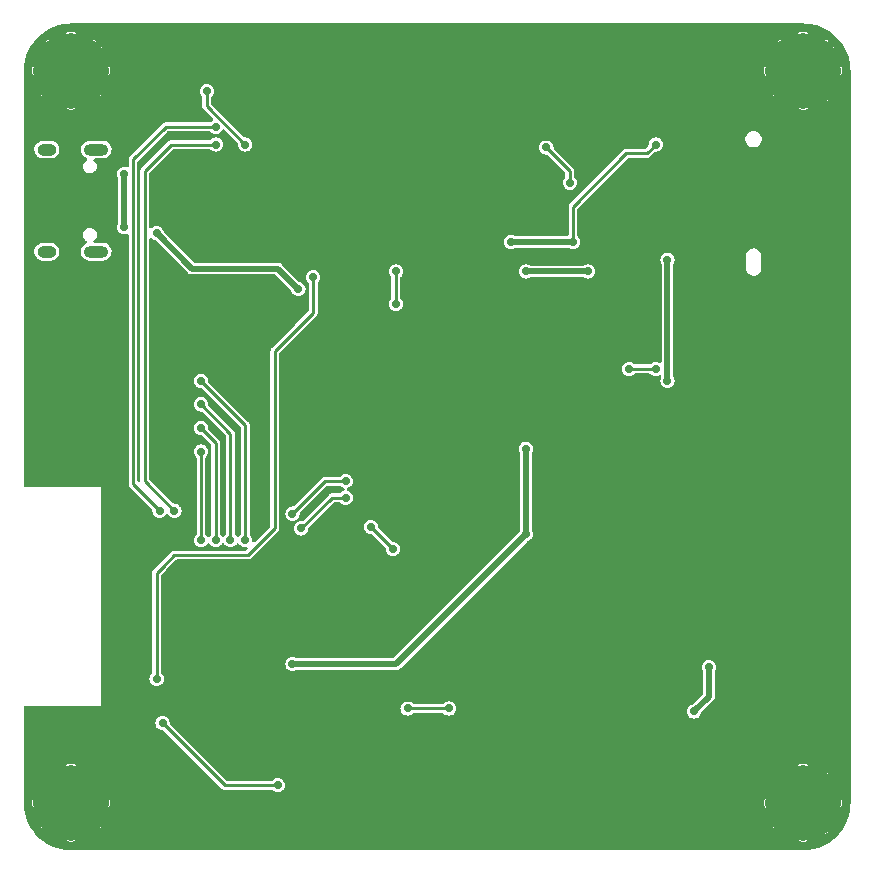
<source format=gbr>
%TF.GenerationSoftware,KiCad,Pcbnew,7.0.1*%
%TF.CreationDate,2023-04-30T16:49:33+02:00*%
%TF.ProjectId,Controller,436f6e74-726f-46c6-9c65-722e6b696361,rev?*%
%TF.SameCoordinates,Original*%
%TF.FileFunction,Copper,L4,Bot*%
%TF.FilePolarity,Positive*%
%FSLAX46Y46*%
G04 Gerber Fmt 4.6, Leading zero omitted, Abs format (unit mm)*
G04 Created by KiCad (PCBNEW 7.0.1) date 2023-04-30 16:49:33*
%MOMM*%
%LPD*%
G01*
G04 APERTURE LIST*
%TA.AperFunction,ComponentPad*%
%ADD10C,0.800000*%
%TD*%
%TA.AperFunction,ComponentPad*%
%ADD11C,6.400000*%
%TD*%
%TA.AperFunction,ComponentPad*%
%ADD12O,2.100000X1.000000*%
%TD*%
%TA.AperFunction,ComponentPad*%
%ADD13O,1.600000X1.000000*%
%TD*%
%TA.AperFunction,ViaPad*%
%ADD14C,0.700000*%
%TD*%
%TA.AperFunction,Conductor*%
%ADD15C,0.250000*%
%TD*%
%TA.AperFunction,Conductor*%
%ADD16C,0.500000*%
%TD*%
G04 APERTURE END LIST*
D10*
%TO.P,H4,1,1*%
%TO.N,GND*%
X178930000Y-125905000D03*
X179632944Y-124207944D03*
X179632944Y-127602056D03*
X181330000Y-123505000D03*
D11*
X181330000Y-125905000D03*
D10*
X181330000Y-128305000D03*
X183027056Y-124207944D03*
X183027056Y-127602056D03*
X183730000Y-125905000D03*
%TD*%
D12*
%TO.P,J1,S1,SHIELD*%
%TO.N,unconnected-(J1-SHIELD-PadS1)*%
X121460000Y-70585000D03*
D13*
X117280000Y-70585000D03*
D12*
X121460000Y-79225000D03*
D13*
X117280000Y-79225000D03*
%TD*%
D10*
%TO.P,H3,1,1*%
%TO.N,GND*%
X116930000Y-125905000D03*
X117632944Y-124207944D03*
X117632944Y-127602056D03*
X119330000Y-123505000D03*
D11*
X119330000Y-125905000D03*
D10*
X119330000Y-128305000D03*
X121027056Y-124207944D03*
X121027056Y-127602056D03*
X121730000Y-125905000D03*
%TD*%
%TO.P,H1,1,1*%
%TO.N,GND*%
X116930000Y-63905000D03*
X117632944Y-62207944D03*
X117632944Y-65602056D03*
X119330000Y-61505000D03*
D11*
X119330000Y-63905000D03*
D10*
X119330000Y-66305000D03*
X121027056Y-62207944D03*
X121027056Y-65602056D03*
X121730000Y-63905000D03*
%TD*%
%TO.P,H2,1,1*%
%TO.N,GND*%
X178930000Y-63905000D03*
X179632944Y-62207944D03*
X179632944Y-65602056D03*
X181330000Y-61505000D03*
D11*
X181330000Y-63905000D03*
D10*
X181330000Y-66305000D03*
X183027056Y-62207944D03*
X183027056Y-65602056D03*
X183730000Y-63905000D03*
%TD*%
D14*
%TO.N,GND*%
X162080000Y-88155000D03*
X144830000Y-89905000D03*
X144830000Y-86155000D03*
X141330000Y-83405000D03*
X138330000Y-83655000D03*
%TO.N,+3.3V*%
X159580000Y-70405000D03*
X161556944Y-73381944D03*
%TO.N,GND*%
X126580000Y-79905000D03*
X166080000Y-129405000D03*
X163080000Y-129405000D03*
X166830000Y-129405000D03*
X161580000Y-129405000D03*
X165330000Y-129405000D03*
X162330000Y-129405000D03*
X169830000Y-129405000D03*
X178830000Y-129405000D03*
X167580000Y-129405000D03*
X163830000Y-129405000D03*
X169080000Y-129405000D03*
X175830000Y-129405000D03*
X168330000Y-129405000D03*
X164580000Y-129405000D03*
X160080000Y-129405000D03*
X178080000Y-129405000D03*
X177330000Y-129405000D03*
X160830000Y-129405000D03*
X176580000Y-129405000D03*
X159330000Y-129405000D03*
X157830000Y-129405000D03*
X126330000Y-129405000D03*
X143580000Y-129405000D03*
X139830000Y-129405000D03*
X122580000Y-129405000D03*
X145080000Y-129405000D03*
X123330000Y-129405000D03*
X148080000Y-129405000D03*
X153330000Y-129405000D03*
X154080000Y-129405000D03*
X125580000Y-129405000D03*
X121830000Y-129405000D03*
X146580000Y-129405000D03*
X141330000Y-129405000D03*
X154830000Y-129405000D03*
X170580000Y-129405000D03*
X157080000Y-129405000D03*
X155580000Y-129405000D03*
X124080000Y-129405000D03*
X144330000Y-129405000D03*
X175080000Y-129405000D03*
X139080000Y-129405000D03*
X140580000Y-129405000D03*
X158580000Y-129405000D03*
X172080000Y-129405000D03*
X145830000Y-129405000D03*
X174330000Y-129405000D03*
X127830000Y-129405000D03*
X124830000Y-129405000D03*
X151080000Y-129405000D03*
X147330000Y-129405000D03*
X150330000Y-129405000D03*
X173580000Y-129405000D03*
X172830000Y-129405000D03*
X171330000Y-129405000D03*
X121080000Y-129405000D03*
X156330000Y-129405000D03*
X179580000Y-129405000D03*
X152580000Y-129405000D03*
X149580000Y-129405000D03*
X142080000Y-129405000D03*
X127080000Y-129405000D03*
X151830000Y-129405000D03*
X148830000Y-129405000D03*
X142830000Y-129405000D03*
X133080000Y-129405000D03*
X132330000Y-129405000D03*
X135330000Y-129405000D03*
X134580000Y-129405000D03*
X137580000Y-129405000D03*
X131580000Y-129405000D03*
X129330000Y-129405000D03*
X128580000Y-129405000D03*
X136830000Y-129405000D03*
X136080000Y-129405000D03*
X130080000Y-129405000D03*
X130830000Y-129405000D03*
X133830000Y-129405000D03*
X138330000Y-129405000D03*
X184830000Y-82905000D03*
X184830000Y-78405000D03*
X184830000Y-75405000D03*
X184830000Y-74655000D03*
X184830000Y-80655000D03*
X184830000Y-81405000D03*
X184830000Y-73155000D03*
X184830000Y-73905000D03*
X184830000Y-76155000D03*
X184830000Y-82155000D03*
X184830000Y-79155000D03*
X184830000Y-79905000D03*
X184830000Y-76905000D03*
X184830000Y-77655000D03*
X184830000Y-87405000D03*
X184830000Y-93405000D03*
X184830000Y-96405000D03*
X184830000Y-71655000D03*
X184830000Y-86655000D03*
X184830000Y-94155000D03*
X184830000Y-97155000D03*
X184830000Y-124155000D03*
X184830000Y-100905000D03*
X184830000Y-65655000D03*
X184830000Y-115905000D03*
X184830000Y-117405000D03*
X184830000Y-118155000D03*
X184830000Y-94905000D03*
X184830000Y-91905000D03*
X184830000Y-95655000D03*
X184830000Y-69405000D03*
X184830000Y-72405000D03*
X184830000Y-118905000D03*
X184830000Y-90405000D03*
X184830000Y-116655000D03*
X184830000Y-103155000D03*
X184830000Y-85155000D03*
X184830000Y-83655000D03*
X184830000Y-119655000D03*
X184830000Y-88905000D03*
X184830000Y-68655000D03*
X184830000Y-100155000D03*
X184830000Y-101655000D03*
X184830000Y-115155000D03*
X184830000Y-99405000D03*
X184830000Y-85905000D03*
X184830000Y-91155000D03*
X184830000Y-66405000D03*
X184830000Y-70155000D03*
X184830000Y-98655000D03*
X184830000Y-97905000D03*
X184830000Y-92655000D03*
X184830000Y-67905000D03*
X184830000Y-89655000D03*
X184830000Y-67155000D03*
X184830000Y-84405000D03*
X184830000Y-88155000D03*
X184830000Y-70905000D03*
X184830000Y-102405000D03*
X184830000Y-103905000D03*
X184830000Y-121155000D03*
X184830000Y-105405000D03*
X184830000Y-121905000D03*
X184830000Y-122655000D03*
X184830000Y-104655000D03*
X184830000Y-109155000D03*
X184830000Y-112905000D03*
X184830000Y-120405000D03*
X184830000Y-113655000D03*
X184830000Y-108405000D03*
X184830000Y-112155000D03*
X184830000Y-123405000D03*
X184830000Y-114405000D03*
X184830000Y-106905000D03*
X184830000Y-109905000D03*
X184830000Y-106155000D03*
X184830000Y-111405000D03*
X184830000Y-107655000D03*
X184830000Y-110655000D03*
X124080000Y-110155000D03*
X119330000Y-68405000D03*
X118330000Y-73405000D03*
X128330000Y-71905000D03*
X129330000Y-67155000D03*
X126330000Y-62655000D03*
X143580000Y-62905000D03*
X149330000Y-86155000D03*
X151080000Y-102905000D03*
X162580000Y-104655000D03*
X164330000Y-107405000D03*
X169580000Y-108405000D03*
X170080000Y-110905000D03*
X148330000Y-93655000D03*
X150330000Y-95405000D03*
X156330000Y-95655000D03*
X154080000Y-85655000D03*
X164330000Y-85405000D03*
X168080000Y-82905000D03*
X171330000Y-84155000D03*
X173080000Y-67405000D03*
X175830000Y-65405000D03*
X168830000Y-62655000D03*
X157580000Y-68155000D03*
X161830000Y-66405000D03*
X141580000Y-80405000D03*
X141330000Y-77655000D03*
X149580000Y-77405000D03*
%TO.N,+3.3V*%
X163080000Y-80905000D03*
X157830000Y-80905000D03*
X157830000Y-95905000D03*
%TO.N,GND*%
X144830000Y-73155000D03*
X142580000Y-69905000D03*
X134080000Y-92405000D03*
X134830000Y-89405000D03*
X135330000Y-94905000D03*
X115830000Y-98655000D03*
X115830000Y-79905000D03*
X115830000Y-76905000D03*
X115830000Y-67155000D03*
X115830000Y-81405000D03*
X115830000Y-118905000D03*
X115830000Y-85905000D03*
X115830000Y-67905000D03*
X115830000Y-86655000D03*
X115830000Y-88155000D03*
X115830000Y-91905000D03*
X115830000Y-93405000D03*
X115830000Y-75405000D03*
X115830000Y-95655000D03*
X115830000Y-74655000D03*
X115830000Y-92655000D03*
X115830000Y-118155000D03*
X115830000Y-97155000D03*
X115830000Y-76155000D03*
X115830000Y-79155000D03*
X115830000Y-69405000D03*
X115830000Y-82905000D03*
X115830000Y-72405000D03*
X115830000Y-84405000D03*
X115830000Y-68655000D03*
X115830000Y-70905000D03*
X115830000Y-71655000D03*
X115830000Y-66405000D03*
X115830000Y-94155000D03*
X115830000Y-80655000D03*
X115830000Y-85155000D03*
X115830000Y-120405000D03*
X115830000Y-89655000D03*
X115830000Y-124155000D03*
X115830000Y-77655000D03*
X115830000Y-97905000D03*
X115830000Y-121155000D03*
X115830000Y-91155000D03*
X115830000Y-78405000D03*
X115830000Y-122655000D03*
X115830000Y-121905000D03*
X115830000Y-87405000D03*
X115830000Y-96405000D03*
X115830000Y-82155000D03*
X115830000Y-70155000D03*
X115830000Y-119655000D03*
X115830000Y-123405000D03*
X115830000Y-88905000D03*
X115830000Y-73905000D03*
X115830000Y-73155000D03*
X115830000Y-90405000D03*
X115830000Y-94905000D03*
X115830000Y-83655000D03*
X115830000Y-65655000D03*
X175580000Y-123155000D03*
%TO.N,+5V*%
X172080000Y-118155000D03*
X173330000Y-114405000D03*
%TO.N,GND*%
X173580000Y-118655000D03*
X175580000Y-119655000D03*
X164580000Y-123155000D03*
X164330000Y-120655000D03*
X165580000Y-118405000D03*
%TO.N,/USB Programmer/PRG_RTS*%
X130830000Y-65655000D03*
X134080000Y-70155000D03*
%TO.N,/ESP32/Rst*%
X139830000Y-81405000D03*
%TO.N,/ESP32/Boot*%
X146830000Y-80905000D03*
X146830000Y-83655000D03*
%TO.N,/ESP32/Rst*%
X126580000Y-115405000D03*
%TO.N,GND*%
X152580000Y-72155000D03*
X152080000Y-67905000D03*
X147080000Y-62655000D03*
X144129500Y-67811593D03*
X146580000Y-65155000D03*
%TO.N,+3.3V*%
X138080000Y-114155000D03*
X157830000Y-103155000D03*
X126580000Y-77655000D03*
X138580000Y-82405000D03*
%TO.N,GND*%
X172580000Y-82155000D03*
X173580000Y-83655000D03*
%TO.N,+5V*%
X168830000Y-70155000D03*
X161830000Y-78405000D03*
X156580000Y-78405000D03*
X169830000Y-79904998D03*
X169830000Y-90155000D03*
%TO.N,/ESP32/SCL*%
X168830000Y-89155000D03*
X166580000Y-89155000D03*
%TO.N,GND*%
X135830000Y-97655000D03*
%TO.N,/ESP32/SCL*%
X142580000Y-98655000D03*
%TO.N,/ESP32/SDA*%
X142580000Y-100054503D03*
%TO.N,GND*%
X146330000Y-100405000D03*
X143330000Y-97405000D03*
%TO.N,/ESP32/VSPI*%
X144705000Y-102530000D03*
X146580000Y-104405000D03*
%TO.N,GND*%
X143330000Y-112905000D03*
X143830000Y-107405000D03*
X144080000Y-110155000D03*
X142830000Y-103405000D03*
X120580000Y-119905000D03*
%TO.N,/Audio/Amp_Shutdown*%
X136830000Y-124405000D03*
X127080000Y-119155000D03*
%TO.N,GND*%
X166580000Y-113905000D03*
%TO.N,/Audio/DIN*%
X151330000Y-117905000D03*
X147830000Y-117905000D03*
%TO.N,GND*%
X131330000Y-90155000D03*
X133080000Y-87905000D03*
X136080000Y-86405000D03*
X134080000Y-83155000D03*
X132580000Y-82155000D03*
X136830000Y-79155000D03*
%TO.N,/ESP32/PRG_TX*%
X131580000Y-68655000D03*
%TO.N,/ESP32/PRG_RX*%
X131580000Y-70155000D03*
%TO.N,GND*%
X121080000Y-121905000D03*
X118830000Y-119405000D03*
X125330000Y-105155000D03*
X130830000Y-114954500D03*
X135580000Y-114954500D03*
X135580000Y-110405000D03*
X127254500Y-111301708D03*
X127830000Y-108155000D03*
X123080000Y-115655000D03*
X123080000Y-101155000D03*
X169330000Y-72905000D03*
X167130000Y-72505000D03*
X166330000Y-97105000D03*
X167730000Y-94305000D03*
X172730000Y-79305000D03*
X178330000Y-78505000D03*
X178330000Y-77305000D03*
X178530000Y-82905000D03*
X166080000Y-60405000D03*
X163080000Y-60405000D03*
X166830000Y-60405000D03*
X161580000Y-60405000D03*
X165330000Y-60405000D03*
X162330000Y-60405000D03*
X169830000Y-60405000D03*
X178830000Y-60405000D03*
X167580000Y-60405000D03*
X163830000Y-60405000D03*
X169080000Y-60405000D03*
X175830000Y-60405000D03*
X168330000Y-60405000D03*
X164580000Y-60405000D03*
X160080000Y-60405000D03*
X178080000Y-60405000D03*
X177330000Y-60405000D03*
X160830000Y-60405000D03*
X176580000Y-60405000D03*
X159330000Y-60405000D03*
X157830000Y-60405000D03*
X126330000Y-60405000D03*
X143580000Y-60405000D03*
X139830000Y-60405000D03*
X122580000Y-60405000D03*
X145080000Y-60405000D03*
X123330000Y-60405000D03*
X148080000Y-60405000D03*
X153330000Y-60405000D03*
X154080000Y-60405000D03*
X125580000Y-60405000D03*
X121830000Y-60405000D03*
X146580000Y-60405000D03*
X141330000Y-60405000D03*
X154830000Y-60405000D03*
X170580000Y-60405000D03*
X157080000Y-60405000D03*
X155580000Y-60405000D03*
X124080000Y-60405000D03*
X144330000Y-60405000D03*
X175080000Y-60405000D03*
X139080000Y-60405000D03*
X140580000Y-60405000D03*
X158580000Y-60405000D03*
X172080000Y-60405000D03*
X145830000Y-60405000D03*
X174330000Y-60405000D03*
X127830000Y-60405000D03*
X124830000Y-60405000D03*
X151080000Y-60405000D03*
X147330000Y-60405000D03*
X150330000Y-60405000D03*
X173580000Y-60405000D03*
X172830000Y-60405000D03*
X171330000Y-60405000D03*
X156330000Y-60405000D03*
X179580000Y-60405000D03*
X152580000Y-60405000D03*
X149580000Y-60405000D03*
X142080000Y-60405000D03*
X127080000Y-60405000D03*
X151830000Y-60405000D03*
X148830000Y-60405000D03*
X142830000Y-60405000D03*
X133080000Y-60405000D03*
X132330000Y-60405000D03*
X135330000Y-60405000D03*
X134580000Y-60405000D03*
X137580000Y-60405000D03*
X131580000Y-60405000D03*
X129330000Y-60405000D03*
X128580000Y-60405000D03*
X136830000Y-60405000D03*
X136080000Y-60405000D03*
X130080000Y-60405000D03*
X130830000Y-60405000D03*
X133830000Y-60405000D03*
X138330000Y-60405000D03*
%TO.N,/ESP32/SDA*%
X138830000Y-102655000D03*
%TO.N,/ESP32/SCL*%
X138080000Y-101405000D03*
%TO.N,/ESP32/PRG_RX*%
X128080000Y-101155000D03*
%TO.N,/ESP32/PRG_TX*%
X126830000Y-101155000D03*
%TO.N,GND*%
X143830000Y-93405000D03*
X141830000Y-93405000D03*
X139830000Y-93405000D03*
X137830000Y-93405000D03*
X166830000Y-116905000D03*
X169103729Y-113678090D03*
X169330000Y-116405000D03*
X171830000Y-115905000D03*
X123830000Y-78405000D03*
X123830000Y-71405000D03*
%TO.N,VBUS*%
X123830000Y-72655000D03*
X123830000Y-77155000D03*
%TO.N,GND*%
X131830000Y-75905000D03*
X131830000Y-73905000D03*
X133830000Y-73905000D03*
X133830000Y-75905000D03*
X132830000Y-74905000D03*
X129330000Y-73405000D03*
X128580000Y-74655000D03*
X172330000Y-73905000D03*
X172330000Y-71905000D03*
X175830000Y-86905000D03*
X175830000Y-88905000D03*
X168830000Y-98405000D03*
X168830000Y-100905000D03*
X168830000Y-103405000D03*
X168830000Y-105905000D03*
%TO.N,Net-(U4-GPIO12{slash}TOUCH12{slash}ADC2_CH1{slash}FSPICLK{slash}FSPIIO6{slash}SUBSPICLK)*%
X130330000Y-90155000D03*
X134080000Y-103655000D03*
%TO.N,Net-(U4-GPIO11{slash}TOUCH11{slash}ADC2_CH0{slash}FSPID{slash}FSPIIO5{slash}SUBSPID)*%
X130330000Y-92155000D03*
X132830000Y-103655000D03*
%TO.N,Net-(U4-GPIO10{slash}TOUCH10{slash}ADC1_CH9{slash}FSPICS0{slash}FSPIIO4{slash}SUBSPICS0)*%
X131580000Y-103655000D03*
X130330000Y-94155000D03*
%TO.N,Net-(U4-GPIO9{slash}TOUCH9{slash}ADC1_CH8{slash}FSPIHD{slash}SUBSPIHD)*%
X130330000Y-96155000D03*
X130330000Y-103655000D03*
%TD*%
D15*
%TO.N,+3.3V*%
X161556944Y-72381944D02*
X161556944Y-73381944D01*
X159580000Y-70405000D02*
X161556944Y-72381944D01*
D16*
X136830000Y-80655000D02*
X138580000Y-82405000D01*
X126580000Y-77655000D02*
X129580000Y-80655000D01*
X129580000Y-80655000D02*
X136830000Y-80655000D01*
X157830000Y-80905000D02*
X163080000Y-80905000D01*
X157830000Y-96405000D02*
X157830000Y-95905000D01*
X157830000Y-96405000D02*
X157830000Y-103155000D01*
D15*
%TO.N,/ESP32/SCL*%
X166580000Y-89155000D02*
X168830000Y-89155000D01*
D16*
%TO.N,+5V*%
X173330000Y-114405000D02*
X173330000Y-116905000D01*
X173330000Y-116905000D02*
X172080000Y-118155000D01*
D15*
%TO.N,/USB Programmer/PRG_RTS*%
X130830000Y-66905000D02*
X134080000Y-70155000D01*
X130830000Y-65655000D02*
X130830000Y-66905000D01*
%TO.N,/ESP32/Rst*%
X139830000Y-81655000D02*
X139830000Y-81405000D01*
%TO.N,/ESP32/Boot*%
X146830000Y-83655000D02*
X146830000Y-80905000D01*
%TO.N,/ESP32/Rst*%
X139830000Y-84405000D02*
X139830000Y-81655000D01*
X138580000Y-85655000D02*
X139830000Y-84405000D01*
X136580000Y-87655000D02*
X138580000Y-85655000D01*
X136580000Y-97905000D02*
X136580000Y-87655000D01*
X136580000Y-102655000D02*
X136580000Y-97905000D01*
X134330000Y-104905000D02*
X136580000Y-102655000D01*
X127080000Y-105905000D02*
X128080000Y-104905000D01*
X126580000Y-106405000D02*
X127080000Y-105905000D01*
X126580000Y-115405000D02*
X126580000Y-106405000D01*
X128080000Y-104905000D02*
X134330000Y-104905000D01*
D16*
%TO.N,+3.3V*%
X138080000Y-114155000D02*
X146830000Y-114155000D01*
X146830000Y-114155000D02*
X157830000Y-103155000D01*
D15*
%TO.N,/ESP32/PRG_TX*%
X127330000Y-68655000D02*
X131580000Y-68655000D01*
X124580000Y-71405000D02*
X127330000Y-68655000D01*
X124580000Y-98905000D02*
X124580000Y-71405000D01*
X126830000Y-101155000D02*
X124580000Y-98905000D01*
%TO.N,/ESP32/PRG_RX*%
X125580000Y-98655000D02*
X128080000Y-101155000D01*
X127830000Y-70155000D02*
X125580000Y-72405000D01*
X125580000Y-72405000D02*
X125580000Y-98655000D01*
X131580000Y-70155000D02*
X127830000Y-70155000D01*
D16*
%TO.N,+5V*%
X169830000Y-90155000D02*
X169830000Y-79904998D01*
X161830000Y-78405000D02*
X156580000Y-78405000D01*
D15*
X161830000Y-75405000D02*
X161830000Y-78405000D01*
X166330000Y-70905000D02*
X161830000Y-75405000D01*
X168080000Y-70905000D02*
X166330000Y-70905000D01*
X168830000Y-70155000D02*
X168080000Y-70905000D01*
%TO.N,/ESP32/SCL*%
X142580000Y-98655000D02*
X140830000Y-98655000D01*
X140830000Y-98655000D02*
X138080000Y-101405000D01*
%TO.N,/ESP32/SDA*%
X141430497Y-100054503D02*
X142580000Y-100054503D01*
X138830000Y-102655000D02*
X141430497Y-100054503D01*
%TO.N,/ESP32/VSPI*%
X144705000Y-102530000D02*
X146580000Y-104405000D01*
%TO.N,/Audio/Amp_Shutdown*%
X132330000Y-124405000D02*
X136830000Y-124405000D01*
X127080000Y-119155000D02*
X132330000Y-124405000D01*
%TO.N,/Audio/DIN*%
X147830000Y-117905000D02*
X151330000Y-117905000D01*
%TO.N,Net-(U4-GPIO9{slash}TOUCH9{slash}ADC1_CH8{slash}FSPIHD{slash}SUBSPIHD)*%
X130330000Y-96155000D02*
X130330000Y-103655000D01*
%TO.N,Net-(U4-GPIO10{slash}TOUCH10{slash}ADC1_CH9{slash}FSPICS0{slash}FSPIIO4{slash}SUBSPICS0)*%
X130330000Y-94155000D02*
X131580000Y-95405000D01*
X131580000Y-95405000D02*
X131580000Y-103655000D01*
%TO.N,Net-(U4-GPIO11{slash}TOUCH11{slash}ADC2_CH0{slash}FSPID{slash}FSPIIO5{slash}SUBSPID)*%
X130330000Y-92155000D02*
X132830000Y-94655000D01*
X132830000Y-94655000D02*
X132830000Y-103655000D01*
%TO.N,Net-(U4-GPIO12{slash}TOUCH12{slash}ADC2_CH1{slash}FSPICLK{slash}FSPIIO6{slash}SUBSPICLK)*%
X130330000Y-90155000D02*
X134080000Y-93905000D01*
X134080000Y-93905000D02*
X134080000Y-103655000D01*
D16*
%TO.N,VBUS*%
X123830000Y-72655000D02*
X123830000Y-77155000D01*
%TD*%
%TA.AperFunction,Conductor*%
%TO.N,GND*%
G36*
X181332854Y-59905632D02*
G01*
X181348811Y-59906369D01*
X181503088Y-59913502D01*
X181699795Y-59923166D01*
X181710787Y-59924201D01*
X181892876Y-59949601D01*
X181893781Y-59949732D01*
X182077261Y-59976949D01*
X182087413Y-59978892D01*
X182268614Y-60021510D01*
X182270023Y-60021852D01*
X182447874Y-60066401D01*
X182457091Y-60069096D01*
X182634478Y-60128550D01*
X182636618Y-60129292D01*
X182808220Y-60190692D01*
X182816519Y-60194004D01*
X182987980Y-60269712D01*
X182990909Y-60271051D01*
X183077263Y-60311892D01*
X183155119Y-60348715D01*
X183162411Y-60352465D01*
X183259135Y-60406341D01*
X183326435Y-60443827D01*
X183329810Y-60445777D01*
X183485371Y-60539017D01*
X183491670Y-60543058D01*
X183646699Y-60649256D01*
X183650459Y-60651935D01*
X183796009Y-60759882D01*
X183801305Y-60764040D01*
X183946009Y-60884200D01*
X183949947Y-60887617D01*
X184084206Y-61009303D01*
X184088590Y-61013478D01*
X184221520Y-61146408D01*
X184225698Y-61150795D01*
X184347375Y-61285045D01*
X184350805Y-61288998D01*
X184470951Y-61433684D01*
X184475124Y-61439000D01*
X184524073Y-61505000D01*
X184583041Y-61584509D01*
X184585742Y-61588299D01*
X184691940Y-61743328D01*
X184695992Y-61749645D01*
X184761269Y-61858553D01*
X184789200Y-61905153D01*
X184791171Y-61908563D01*
X184882525Y-62072573D01*
X184886291Y-62079896D01*
X184963947Y-62244089D01*
X184965286Y-62247018D01*
X185040994Y-62418479D01*
X185044311Y-62426791D01*
X185105666Y-62598265D01*
X185106487Y-62600634D01*
X185165894Y-62777881D01*
X185168606Y-62787157D01*
X185213104Y-62964803D01*
X185213526Y-62966543D01*
X185256101Y-63147562D01*
X185258053Y-63157758D01*
X185285257Y-63341156D01*
X185285410Y-63342218D01*
X185310794Y-63524184D01*
X185311834Y-63535232D01*
X185321512Y-63732238D01*
X185321529Y-63732595D01*
X185329368Y-63902145D01*
X185329500Y-63907872D01*
X185329500Y-125902128D01*
X185329368Y-125907855D01*
X185321529Y-126077404D01*
X185321512Y-126077761D01*
X185311834Y-126274766D01*
X185310794Y-126285814D01*
X185285410Y-126467780D01*
X185285257Y-126468842D01*
X185258053Y-126652240D01*
X185256101Y-126662436D01*
X185213526Y-126843455D01*
X185213104Y-126845195D01*
X185168606Y-127022841D01*
X185165894Y-127032117D01*
X185106487Y-127209364D01*
X185105666Y-127211733D01*
X185044311Y-127383207D01*
X185040994Y-127391519D01*
X184965286Y-127562980D01*
X184963947Y-127565909D01*
X184886291Y-127730102D01*
X184882525Y-127737425D01*
X184791171Y-127901435D01*
X184789200Y-127904845D01*
X184695999Y-128060342D01*
X184691940Y-128066670D01*
X184585742Y-128221699D01*
X184583041Y-128225489D01*
X184475135Y-128370984D01*
X184470935Y-128376334D01*
X184350851Y-128520947D01*
X184347331Y-128525004D01*
X184225717Y-128659183D01*
X184221520Y-128663590D01*
X184088590Y-128796520D01*
X184084183Y-128800717D01*
X183950004Y-128922331D01*
X183945947Y-128925851D01*
X183801334Y-129045935D01*
X183795984Y-129050135D01*
X183650489Y-129158041D01*
X183646699Y-129160742D01*
X183491670Y-129266940D01*
X183485342Y-129270999D01*
X183329845Y-129364200D01*
X183326435Y-129366171D01*
X183162425Y-129457525D01*
X183155102Y-129461291D01*
X182990909Y-129538947D01*
X182987980Y-129540286D01*
X182816519Y-129615994D01*
X182808207Y-129619311D01*
X182636733Y-129680666D01*
X182634364Y-129681487D01*
X182457117Y-129740894D01*
X182447841Y-129743606D01*
X182270195Y-129788104D01*
X182268455Y-129788526D01*
X182087436Y-129831101D01*
X182077240Y-129833053D01*
X181893842Y-129860257D01*
X181892780Y-129860410D01*
X181710814Y-129885794D01*
X181699766Y-129886834D01*
X181502931Y-129896503D01*
X181502575Y-129896520D01*
X181337393Y-129904158D01*
X181332854Y-129904368D01*
X181327128Y-129904500D01*
X119332872Y-129904500D01*
X119327145Y-129904368D01*
X119322305Y-129904144D01*
X119157423Y-129896520D01*
X119157067Y-129896503D01*
X118960232Y-129886834D01*
X118949184Y-129885794D01*
X118767218Y-129860410D01*
X118766156Y-129860257D01*
X118582758Y-129833053D01*
X118572562Y-129831101D01*
X118391543Y-129788526D01*
X118389803Y-129788104D01*
X118212157Y-129743606D01*
X118202881Y-129740894D01*
X118025634Y-129681487D01*
X118023265Y-129680666D01*
X117851791Y-129619311D01*
X117843479Y-129615994D01*
X117672018Y-129540286D01*
X117669089Y-129538947D01*
X117504896Y-129461291D01*
X117497573Y-129457525D01*
X117333563Y-129366171D01*
X117330153Y-129364200D01*
X117310648Y-129352509D01*
X117174645Y-129270992D01*
X117168328Y-129266940D01*
X117013299Y-129160742D01*
X117009509Y-129158041D01*
X116925302Y-129095589D01*
X118892961Y-129095589D01*
X119050357Y-129165666D01*
X119235405Y-129205000D01*
X119424594Y-129205000D01*
X119609644Y-129165665D01*
X119767037Y-129095589D01*
X180892961Y-129095589D01*
X181050357Y-129165666D01*
X181235405Y-129205000D01*
X181424594Y-129205000D01*
X181609644Y-129165665D01*
X181767037Y-129095589D01*
X181330001Y-128658553D01*
X181330000Y-128658553D01*
X180892961Y-129095589D01*
X119767037Y-129095589D01*
X119330001Y-128658553D01*
X119330000Y-128658553D01*
X118892961Y-129095589D01*
X116925302Y-129095589D01*
X116864000Y-129050124D01*
X116858684Y-129045951D01*
X116713998Y-128925805D01*
X116710045Y-128922375D01*
X116575795Y-128800698D01*
X116571408Y-128796520D01*
X116438478Y-128663590D01*
X116434303Y-128659206D01*
X116312617Y-128524947D01*
X116309200Y-128521009D01*
X116202608Y-128392645D01*
X117195905Y-128392645D01*
X117353301Y-128462722D01*
X117538349Y-128502056D01*
X117727538Y-128502056D01*
X117912588Y-128462721D01*
X118069981Y-128392645D01*
X117632945Y-127955609D01*
X117632944Y-127955609D01*
X117195905Y-128392645D01*
X116202608Y-128392645D01*
X116189040Y-128376305D01*
X116184882Y-128371009D01*
X116076935Y-128225459D01*
X116074256Y-128221699D01*
X115968058Y-128066670D01*
X115964017Y-128060371D01*
X115870777Y-127904810D01*
X115868827Y-127901435D01*
X115842261Y-127853740D01*
X115777465Y-127737411D01*
X115773715Y-127730119D01*
X115713147Y-127602057D01*
X115713146Y-127602055D01*
X116727987Y-127602055D01*
X116747762Y-127790208D01*
X116806224Y-127970135D01*
X116844689Y-128036756D01*
X117279391Y-127602057D01*
X117279391Y-127602056D01*
X117986497Y-127602056D01*
X118408366Y-128023925D01*
X118437572Y-128070213D01*
X118444006Y-128124567D01*
X118425043Y-128304999D01*
X118444818Y-128493152D01*
X118503280Y-128673079D01*
X118541745Y-128739700D01*
X118976447Y-128305001D01*
X119683553Y-128305001D01*
X120118253Y-128739701D01*
X120156718Y-128673078D01*
X120215181Y-128493150D01*
X120225744Y-128392645D01*
X120590017Y-128392645D01*
X120747413Y-128462722D01*
X120932461Y-128502056D01*
X121121650Y-128502056D01*
X121306700Y-128462721D01*
X121464093Y-128392645D01*
X179195905Y-128392645D01*
X179353301Y-128462722D01*
X179538349Y-128502056D01*
X179727538Y-128502056D01*
X179912588Y-128462721D01*
X180069981Y-128392645D01*
X179632945Y-127955609D01*
X179632944Y-127955609D01*
X179195905Y-128392645D01*
X121464093Y-128392645D01*
X121027057Y-127955609D01*
X121027056Y-127955609D01*
X120590017Y-128392645D01*
X120225744Y-128392645D01*
X120234956Y-128304999D01*
X120215993Y-128124567D01*
X120222427Y-128070214D01*
X120251633Y-128023925D01*
X120673503Y-127602057D01*
X121380609Y-127602057D01*
X121815309Y-128036757D01*
X121853774Y-127970134D01*
X121912237Y-127790206D01*
X121932012Y-127602056D01*
X178727987Y-127602056D01*
X178747762Y-127790208D01*
X178806224Y-127970135D01*
X178844689Y-128036756D01*
X179279391Y-127602057D01*
X179986497Y-127602057D01*
X180408365Y-128023925D01*
X180437571Y-128070213D01*
X180444005Y-128124566D01*
X180425043Y-128304998D01*
X180444818Y-128493152D01*
X180503280Y-128673079D01*
X180541745Y-128739700D01*
X180976447Y-128305001D01*
X181683553Y-128305001D01*
X182118253Y-128739701D01*
X182156718Y-128673078D01*
X182215181Y-128493150D01*
X182225744Y-128392645D01*
X182590017Y-128392645D01*
X182747413Y-128462722D01*
X182932461Y-128502056D01*
X183121650Y-128502056D01*
X183306700Y-128462721D01*
X183464093Y-128392645D01*
X183027057Y-127955609D01*
X183027056Y-127955609D01*
X182590017Y-128392645D01*
X182225744Y-128392645D01*
X182234956Y-128304999D01*
X182215993Y-128124567D01*
X182222427Y-128070214D01*
X182251633Y-128023925D01*
X182673503Y-127602057D01*
X182673503Y-127602056D01*
X183380609Y-127602056D01*
X183815309Y-128036757D01*
X183853774Y-127970134D01*
X183912237Y-127790206D01*
X183932012Y-127602056D01*
X183912237Y-127413905D01*
X183853773Y-127233974D01*
X183815309Y-127167353D01*
X183380609Y-127602056D01*
X182673503Y-127602056D01*
X182238801Y-127167354D01*
X182200336Y-127233978D01*
X182141874Y-127413903D01*
X182122099Y-127602056D01*
X182141062Y-127782487D01*
X182134628Y-127836840D01*
X182105422Y-127883129D01*
X181683553Y-128305000D01*
X181683553Y-128305001D01*
X180976447Y-128305001D01*
X180976447Y-128305000D01*
X180554576Y-127883129D01*
X180525369Y-127836840D01*
X180518936Y-127782486D01*
X180537900Y-127602055D01*
X180528688Y-127514409D01*
X180892961Y-127514409D01*
X181330000Y-127951447D01*
X181330001Y-127951447D01*
X181767037Y-127514409D01*
X181609644Y-127444333D01*
X181424595Y-127405000D01*
X181235405Y-127405000D01*
X181050355Y-127444333D01*
X180892961Y-127514409D01*
X180528688Y-127514409D01*
X180518125Y-127413905D01*
X180459661Y-127233974D01*
X180421197Y-127167353D01*
X179986497Y-127602056D01*
X179986497Y-127602057D01*
X179279391Y-127602057D01*
X179279391Y-127602056D01*
X178844689Y-127167354D01*
X178806224Y-127233978D01*
X178747762Y-127413903D01*
X178727987Y-127602056D01*
X121932012Y-127602056D01*
X121912237Y-127413905D01*
X121853773Y-127233974D01*
X121815309Y-127167353D01*
X121380609Y-127602056D01*
X121380609Y-127602057D01*
X120673503Y-127602057D01*
X120673503Y-127602056D01*
X120238801Y-127167354D01*
X120200336Y-127233978D01*
X120141874Y-127413903D01*
X120122099Y-127602056D01*
X120141062Y-127782487D01*
X120134628Y-127836840D01*
X120105422Y-127883129D01*
X119683553Y-128305000D01*
X119683553Y-128305001D01*
X118976447Y-128305001D01*
X118976447Y-128305000D01*
X118554576Y-127883129D01*
X118525369Y-127836840D01*
X118518936Y-127782486D01*
X118537900Y-127602055D01*
X118528688Y-127514409D01*
X118892961Y-127514409D01*
X119330000Y-127951447D01*
X119330001Y-127951447D01*
X119767037Y-127514409D01*
X119609644Y-127444333D01*
X119424595Y-127405000D01*
X119235405Y-127405000D01*
X119050355Y-127444333D01*
X118892961Y-127514409D01*
X118528688Y-127514409D01*
X118518125Y-127413905D01*
X118459661Y-127233974D01*
X118421197Y-127167353D01*
X117986497Y-127602056D01*
X117279391Y-127602056D01*
X116844689Y-127167354D01*
X116806224Y-127233978D01*
X116747762Y-127413903D01*
X116727987Y-127602055D01*
X115713146Y-127602055D01*
X115696051Y-127565909D01*
X115694712Y-127562980D01*
X115619004Y-127391519D01*
X115615692Y-127383220D01*
X115554292Y-127211618D01*
X115553550Y-127209478D01*
X115494096Y-127032091D01*
X115491401Y-127022874D01*
X115446852Y-126845023D01*
X115446510Y-126843614D01*
X115411695Y-126695589D01*
X116492961Y-126695589D01*
X116650357Y-126765666D01*
X116835405Y-126805000D01*
X117024592Y-126805000D01*
X117094684Y-126790100D01*
X117155685Y-126792496D01*
X117208149Y-126823709D01*
X117632944Y-127248503D01*
X117632945Y-127248503D01*
X118069981Y-126811465D01*
X120590017Y-126811465D01*
X121027056Y-127248503D01*
X121027057Y-127248503D01*
X121451849Y-126823709D01*
X121504313Y-126792496D01*
X121565313Y-126790100D01*
X121635407Y-126805000D01*
X121824594Y-126805000D01*
X122009644Y-126765665D01*
X122167037Y-126695589D01*
X178492961Y-126695589D01*
X178650357Y-126765666D01*
X178835405Y-126805000D01*
X179024592Y-126805000D01*
X179094684Y-126790100D01*
X179155685Y-126792496D01*
X179208149Y-126823709D01*
X179632944Y-127248503D01*
X179632945Y-127248503D01*
X180069981Y-126811465D01*
X182590017Y-126811465D01*
X183027056Y-127248503D01*
X183027057Y-127248503D01*
X183451849Y-126823709D01*
X183504313Y-126792496D01*
X183565313Y-126790100D01*
X183635407Y-126805000D01*
X183824594Y-126805000D01*
X184009644Y-126765665D01*
X184167037Y-126695589D01*
X183730001Y-126258553D01*
X183305205Y-126683346D01*
X183252742Y-126714558D01*
X183191744Y-126716954D01*
X183121653Y-126702056D01*
X182932461Y-126702056D01*
X182747411Y-126741389D01*
X182590017Y-126811465D01*
X180069981Y-126811465D01*
X179912588Y-126741389D01*
X179727539Y-126702056D01*
X179538352Y-126702056D01*
X179468254Y-126716955D01*
X179407256Y-126714557D01*
X179354793Y-126683345D01*
X178930001Y-126258553D01*
X178930000Y-126258553D01*
X178492961Y-126695589D01*
X122167037Y-126695589D01*
X121730001Y-126258553D01*
X121305205Y-126683346D01*
X121252742Y-126714558D01*
X121191744Y-126716954D01*
X121121653Y-126702056D01*
X120932461Y-126702056D01*
X120747411Y-126741389D01*
X120590017Y-126811465D01*
X118069981Y-126811465D01*
X117912588Y-126741389D01*
X117727539Y-126702056D01*
X117538352Y-126702056D01*
X117468254Y-126716955D01*
X117407256Y-126714557D01*
X117354793Y-126683345D01*
X116930001Y-126258553D01*
X116930000Y-126258553D01*
X116492961Y-126695589D01*
X115411695Y-126695589D01*
X115403892Y-126662413D01*
X115401949Y-126652261D01*
X115374732Y-126468781D01*
X115374588Y-126467780D01*
X115349201Y-126285787D01*
X115348166Y-126274795D01*
X115338480Y-126077611D01*
X115330632Y-125907854D01*
X115330566Y-125905000D01*
X116025043Y-125905000D01*
X116044818Y-126093152D01*
X116103280Y-126273079D01*
X116141745Y-126339700D01*
X116576447Y-125905001D01*
X116576447Y-125905000D01*
X117283553Y-125905000D01*
X117718253Y-126339701D01*
X117756718Y-126273078D01*
X117815181Y-126093150D01*
X117834956Y-125905000D01*
X120825043Y-125905000D01*
X120844818Y-126093152D01*
X120903280Y-126273079D01*
X120941745Y-126339700D01*
X121376447Y-125905001D01*
X122083553Y-125905001D01*
X122518253Y-126339701D01*
X122556718Y-126273078D01*
X122615181Y-126093150D01*
X122634956Y-125905000D01*
X122634956Y-125904999D01*
X178025043Y-125904999D01*
X178044818Y-126093152D01*
X178103280Y-126273079D01*
X178141745Y-126339700D01*
X178576447Y-125905001D01*
X179283553Y-125905001D01*
X179718253Y-126339701D01*
X179756718Y-126273078D01*
X179815181Y-126093150D01*
X179834956Y-125904999D01*
X182825043Y-125904999D01*
X182844818Y-126093152D01*
X182903280Y-126273079D01*
X182941745Y-126339700D01*
X183376447Y-125905001D01*
X183376447Y-125905000D01*
X184083553Y-125905000D01*
X184518253Y-126339701D01*
X184556718Y-126273078D01*
X184615181Y-126093150D01*
X184634956Y-125904999D01*
X184615181Y-125716849D01*
X184556717Y-125536918D01*
X184518253Y-125470297D01*
X184083553Y-125905000D01*
X183376447Y-125905000D01*
X182941745Y-125470298D01*
X182903280Y-125536922D01*
X182844818Y-125716847D01*
X182825043Y-125904999D01*
X179834956Y-125904999D01*
X179815181Y-125716849D01*
X179756717Y-125536918D01*
X179718253Y-125470297D01*
X179283553Y-125905000D01*
X179283553Y-125905001D01*
X178576447Y-125905001D01*
X178576447Y-125905000D01*
X178141745Y-125470298D01*
X178103280Y-125536922D01*
X178044818Y-125716847D01*
X178025043Y-125904999D01*
X122634956Y-125904999D01*
X122615181Y-125716849D01*
X122556717Y-125536918D01*
X122518253Y-125470297D01*
X122083553Y-125905000D01*
X122083553Y-125905001D01*
X121376447Y-125905001D01*
X121376447Y-125905000D01*
X120941745Y-125470298D01*
X120903280Y-125536922D01*
X120844818Y-125716847D01*
X120825043Y-125905000D01*
X117834956Y-125905000D01*
X117815181Y-125716849D01*
X117756717Y-125536918D01*
X117718253Y-125470297D01*
X117283553Y-125905000D01*
X116576447Y-125905000D01*
X116141745Y-125470298D01*
X116103280Y-125536922D01*
X116044818Y-125716847D01*
X116025043Y-125905000D01*
X115330566Y-125905000D01*
X115330500Y-125902128D01*
X115330500Y-125114409D01*
X116492961Y-125114409D01*
X116930000Y-125551447D01*
X116930001Y-125551447D01*
X117354793Y-125126653D01*
X117407257Y-125095440D01*
X117468257Y-125093044D01*
X117538351Y-125107944D01*
X117727538Y-125107944D01*
X117912588Y-125068609D01*
X118069981Y-124998533D01*
X120590017Y-124998533D01*
X120747413Y-125068610D01*
X120932461Y-125107944D01*
X121121648Y-125107944D01*
X121191740Y-125093044D01*
X121252741Y-125095440D01*
X121305205Y-125126653D01*
X121730000Y-125551447D01*
X121730001Y-125551447D01*
X122167037Y-125114409D01*
X178492961Y-125114409D01*
X178930000Y-125551447D01*
X178930001Y-125551447D01*
X179354793Y-125126653D01*
X179407257Y-125095440D01*
X179468257Y-125093044D01*
X179538351Y-125107944D01*
X179727538Y-125107944D01*
X179912588Y-125068609D01*
X180069981Y-124998533D01*
X182590017Y-124998533D01*
X182747413Y-125068610D01*
X182932461Y-125107944D01*
X183121648Y-125107944D01*
X183191740Y-125093044D01*
X183252741Y-125095440D01*
X183305205Y-125126653D01*
X183730000Y-125551447D01*
X183730001Y-125551447D01*
X184167037Y-125114409D01*
X184009644Y-125044333D01*
X183824595Y-125005000D01*
X183635408Y-125005000D01*
X183565310Y-125019899D01*
X183504312Y-125017501D01*
X183451849Y-124986289D01*
X183027057Y-124561497D01*
X183027056Y-124561497D01*
X182590017Y-124998533D01*
X180069981Y-124998533D01*
X179632945Y-124561497D01*
X179208149Y-124986290D01*
X179155686Y-125017502D01*
X179094688Y-125019898D01*
X179024597Y-125005000D01*
X178835405Y-125005000D01*
X178650355Y-125044333D01*
X178492961Y-125114409D01*
X122167037Y-125114409D01*
X122009644Y-125044333D01*
X121824595Y-125005000D01*
X121635408Y-125005000D01*
X121565310Y-125019899D01*
X121504312Y-125017501D01*
X121451849Y-124986289D01*
X121027057Y-124561497D01*
X121027056Y-124561497D01*
X120590017Y-124998533D01*
X118069981Y-124998533D01*
X117632945Y-124561497D01*
X117208149Y-124986290D01*
X117155686Y-125017502D01*
X117094688Y-125019898D01*
X117024597Y-125005000D01*
X116835405Y-125005000D01*
X116650355Y-125044333D01*
X116492961Y-125114409D01*
X115330500Y-125114409D01*
X115330500Y-124207944D01*
X116727987Y-124207944D01*
X116747762Y-124396096D01*
X116806224Y-124576023D01*
X116844689Y-124642644D01*
X117279391Y-124207945D01*
X117279391Y-124207944D01*
X117986497Y-124207944D01*
X118421197Y-124642645D01*
X118459662Y-124576022D01*
X118518125Y-124396094D01*
X118528688Y-124295589D01*
X118892961Y-124295589D01*
X119050357Y-124365666D01*
X119235405Y-124405000D01*
X119424594Y-124405000D01*
X119609644Y-124365665D01*
X119767037Y-124295589D01*
X119330001Y-123858553D01*
X119330000Y-123858553D01*
X118892961Y-124295589D01*
X118528688Y-124295589D01*
X118537900Y-124207943D01*
X118518937Y-124027511D01*
X118525371Y-123973158D01*
X118554577Y-123926869D01*
X118976447Y-123505001D01*
X119683553Y-123505001D01*
X120105421Y-123926869D01*
X120134627Y-123973157D01*
X120141061Y-124027510D01*
X120122099Y-124207942D01*
X120141874Y-124396096D01*
X120200336Y-124576023D01*
X120238801Y-124642644D01*
X120673503Y-124207945D01*
X121380609Y-124207945D01*
X121815309Y-124642645D01*
X121853774Y-124576022D01*
X121912237Y-124396094D01*
X121932012Y-124207943D01*
X121912237Y-124019793D01*
X121853773Y-123839862D01*
X121815309Y-123773241D01*
X121380609Y-124207944D01*
X121380609Y-124207945D01*
X120673503Y-124207945D01*
X120673503Y-124207944D01*
X120251632Y-123786073D01*
X120222425Y-123739784D01*
X120215992Y-123685430D01*
X120234956Y-123504999D01*
X120225744Y-123417353D01*
X120590017Y-123417353D01*
X121027056Y-123854391D01*
X121027057Y-123854391D01*
X121464093Y-123417353D01*
X121306700Y-123347277D01*
X121121651Y-123307944D01*
X120932461Y-123307944D01*
X120747411Y-123347277D01*
X120590017Y-123417353D01*
X120225744Y-123417353D01*
X120215181Y-123316849D01*
X120156717Y-123136918D01*
X120118253Y-123070297D01*
X119683553Y-123505000D01*
X119683553Y-123505001D01*
X118976447Y-123505001D01*
X118976447Y-123505000D01*
X118541745Y-123070298D01*
X118503280Y-123136922D01*
X118444818Y-123316847D01*
X118425043Y-123505000D01*
X118444006Y-123685431D01*
X118437572Y-123739784D01*
X118408366Y-123786073D01*
X117986497Y-124207944D01*
X117279391Y-124207944D01*
X116844689Y-123773242D01*
X116806224Y-123839866D01*
X116747762Y-124019791D01*
X116727987Y-124207944D01*
X115330500Y-124207944D01*
X115330500Y-123417353D01*
X117195905Y-123417353D01*
X117632944Y-123854391D01*
X117632945Y-123854391D01*
X118069981Y-123417353D01*
X117912588Y-123347277D01*
X117727539Y-123307944D01*
X117538349Y-123307944D01*
X117353299Y-123347277D01*
X117195905Y-123417353D01*
X115330500Y-123417353D01*
X115330500Y-122714409D01*
X118892961Y-122714409D01*
X119330000Y-123151447D01*
X119330001Y-123151447D01*
X119767037Y-122714409D01*
X119609644Y-122644333D01*
X119424595Y-122605000D01*
X119235405Y-122605000D01*
X119050355Y-122644333D01*
X118892961Y-122714409D01*
X115330500Y-122714409D01*
X115330500Y-119155000D01*
X126474317Y-119155000D01*
X126494956Y-119311762D01*
X126555463Y-119457840D01*
X126651717Y-119583282D01*
X126777158Y-119679535D01*
X126777159Y-119679536D01*
X126923238Y-119740044D01*
X127080000Y-119760682D01*
X127085330Y-119759980D01*
X127141375Y-119765498D01*
X127189200Y-119795237D01*
X132027850Y-124633887D01*
X132043977Y-124653746D01*
X132049915Y-124662835D01*
X132074894Y-124682277D01*
X132086412Y-124692449D01*
X132086481Y-124692518D01*
X132103389Y-124704590D01*
X132107499Y-124707654D01*
X132155044Y-124744660D01*
X132155233Y-124744757D01*
X132162801Y-124747010D01*
X132212959Y-124761943D01*
X132217819Y-124763499D01*
X132267340Y-124780500D01*
X132267342Y-124780500D01*
X132274796Y-124783059D01*
X132275029Y-124783093D01*
X132282908Y-124782767D01*
X132282911Y-124782768D01*
X132335192Y-124780605D01*
X132340315Y-124780500D01*
X136300067Y-124780500D01*
X136354912Y-124793288D01*
X136398444Y-124829015D01*
X136401718Y-124833283D01*
X136527158Y-124929535D01*
X136527159Y-124929536D01*
X136673238Y-124990044D01*
X136830000Y-125010682D01*
X136986762Y-124990044D01*
X137132841Y-124929536D01*
X137258282Y-124833282D01*
X137354536Y-124707841D01*
X137415044Y-124561762D01*
X137435682Y-124405000D01*
X137415044Y-124248238D01*
X137398353Y-124207943D01*
X178727987Y-124207943D01*
X178747762Y-124396096D01*
X178806224Y-124576023D01*
X178844689Y-124642644D01*
X179279391Y-124207945D01*
X179986497Y-124207945D01*
X180421197Y-124642645D01*
X180459662Y-124576022D01*
X180518125Y-124396094D01*
X180528688Y-124295589D01*
X180892961Y-124295589D01*
X181050357Y-124365666D01*
X181235405Y-124405000D01*
X181424594Y-124405000D01*
X181609644Y-124365665D01*
X181767037Y-124295589D01*
X181330001Y-123858553D01*
X181330000Y-123858553D01*
X180892961Y-124295589D01*
X180528688Y-124295589D01*
X180537900Y-124207943D01*
X180518937Y-124027511D01*
X180525371Y-123973158D01*
X180554577Y-123926869D01*
X180976447Y-123505001D01*
X181683553Y-123505001D01*
X182105421Y-123926869D01*
X182134627Y-123973157D01*
X182141061Y-124027510D01*
X182122099Y-124207942D01*
X182141874Y-124396096D01*
X182200336Y-124576023D01*
X182238801Y-124642644D01*
X182673503Y-124207945D01*
X182673503Y-124207944D01*
X183380609Y-124207944D01*
X183815309Y-124642645D01*
X183853774Y-124576022D01*
X183912237Y-124396094D01*
X183932012Y-124207943D01*
X183912237Y-124019793D01*
X183853773Y-123839862D01*
X183815309Y-123773241D01*
X183380609Y-124207944D01*
X182673503Y-124207944D01*
X182251632Y-123786073D01*
X182222425Y-123739784D01*
X182215992Y-123685430D01*
X182234956Y-123504999D01*
X182225744Y-123417353D01*
X182590017Y-123417353D01*
X183027056Y-123854391D01*
X183027057Y-123854391D01*
X183464093Y-123417353D01*
X183306700Y-123347277D01*
X183121651Y-123307944D01*
X182932461Y-123307944D01*
X182747411Y-123347277D01*
X182590017Y-123417353D01*
X182225744Y-123417353D01*
X182215181Y-123316849D01*
X182156717Y-123136918D01*
X182118253Y-123070297D01*
X181683553Y-123505000D01*
X181683553Y-123505001D01*
X180976447Y-123505001D01*
X180976447Y-123505000D01*
X180541745Y-123070298D01*
X180503280Y-123136922D01*
X180444818Y-123316847D01*
X180425043Y-123505000D01*
X180444006Y-123685431D01*
X180437572Y-123739784D01*
X180408366Y-123786073D01*
X179986497Y-124207944D01*
X179986497Y-124207945D01*
X179279391Y-124207945D01*
X179279391Y-124207944D01*
X178844689Y-123773242D01*
X178806224Y-123839866D01*
X178747762Y-124019791D01*
X178727987Y-124207943D01*
X137398353Y-124207943D01*
X137354536Y-124102159D01*
X137297256Y-124027510D01*
X137258282Y-123976717D01*
X137132840Y-123880463D01*
X136986762Y-123819956D01*
X136830000Y-123799317D01*
X136673237Y-123819956D01*
X136527159Y-123880463D01*
X136401718Y-123976716D01*
X136398444Y-123980985D01*
X136354912Y-124016712D01*
X136300067Y-124029500D01*
X132536899Y-124029500D01*
X132489446Y-124020061D01*
X132449218Y-123993181D01*
X131873390Y-123417353D01*
X179195905Y-123417353D01*
X179632944Y-123854391D01*
X179632945Y-123854391D01*
X180069981Y-123417353D01*
X179912588Y-123347277D01*
X179727539Y-123307944D01*
X179538349Y-123307944D01*
X179353299Y-123347277D01*
X179195905Y-123417353D01*
X131873390Y-123417353D01*
X131170446Y-122714409D01*
X180892961Y-122714409D01*
X181330000Y-123151447D01*
X181330001Y-123151447D01*
X181767037Y-122714409D01*
X181609644Y-122644333D01*
X181424595Y-122605000D01*
X181235405Y-122605000D01*
X181050355Y-122644333D01*
X180892961Y-122714409D01*
X131170446Y-122714409D01*
X127720237Y-119264199D01*
X127690498Y-119216374D01*
X127684980Y-119160329D01*
X127685682Y-119155000D01*
X127665044Y-118998238D01*
X127604536Y-118852159D01*
X127508282Y-118726717D01*
X127382840Y-118630463D01*
X127236762Y-118569956D01*
X127080000Y-118549317D01*
X126923237Y-118569956D01*
X126777159Y-118630463D01*
X126651717Y-118726717D01*
X126555463Y-118852159D01*
X126494956Y-118998237D01*
X126474317Y-119155000D01*
X115330500Y-119155000D01*
X115330500Y-117904999D01*
X147224317Y-117904999D01*
X147244956Y-118061762D01*
X147305463Y-118207840D01*
X147401717Y-118333282D01*
X147527159Y-118429536D01*
X147673238Y-118490044D01*
X147830000Y-118510682D01*
X147986762Y-118490044D01*
X148132841Y-118429536D01*
X148258282Y-118333282D01*
X148261556Y-118329014D01*
X148305088Y-118293288D01*
X148359933Y-118280500D01*
X150800067Y-118280500D01*
X150854912Y-118293288D01*
X150898444Y-118329015D01*
X150901718Y-118333283D01*
X151027158Y-118429535D01*
X151027159Y-118429536D01*
X151173238Y-118490044D01*
X151330000Y-118510682D01*
X151486762Y-118490044D01*
X151632841Y-118429536D01*
X151758282Y-118333282D01*
X151854536Y-118207841D01*
X151876424Y-118154999D01*
X171474317Y-118154999D01*
X171494956Y-118311762D01*
X171555463Y-118457840D01*
X171651717Y-118583282D01*
X171777159Y-118679536D01*
X171923238Y-118740044D01*
X172080000Y-118760682D01*
X172236762Y-118740044D01*
X172382841Y-118679536D01*
X172508282Y-118583282D01*
X172604536Y-118457841D01*
X172665044Y-118311762D01*
X172665044Y-118311760D01*
X172666702Y-118307758D01*
X172676430Y-118275690D01*
X172699959Y-118242853D01*
X173636430Y-117306382D01*
X173657069Y-117289751D01*
X173661128Y-117287143D01*
X173693654Y-117249603D01*
X173699658Y-117243155D01*
X173709221Y-117233593D01*
X173717313Y-117222782D01*
X173722853Y-117215906D01*
X173755377Y-117178373D01*
X173757375Y-117173997D01*
X173770907Y-117151190D01*
X173770920Y-117151172D01*
X173773796Y-117147331D01*
X173791153Y-117100791D01*
X173794534Y-117092630D01*
X173815165Y-117047457D01*
X173815851Y-117042681D01*
X173822405Y-117017001D01*
X173824091Y-117012483D01*
X173827633Y-116962951D01*
X173828580Y-116954147D01*
X173830500Y-116940797D01*
X173830500Y-116927308D01*
X173830816Y-116918461D01*
X173834359Y-116868926D01*
X173833334Y-116864214D01*
X173830500Y-116837856D01*
X173830500Y-114781258D01*
X173837081Y-114741400D01*
X173852878Y-114711844D01*
X173874618Y-114659359D01*
X173915044Y-114561762D01*
X173935682Y-114405000D01*
X173915044Y-114248238D01*
X173854536Y-114102159D01*
X173774795Y-113998238D01*
X173758282Y-113976717D01*
X173632840Y-113880463D01*
X173486762Y-113819956D01*
X173330000Y-113799317D01*
X173173237Y-113819956D01*
X173027159Y-113880463D01*
X172901717Y-113976717D01*
X172805463Y-114102159D01*
X172744956Y-114248237D01*
X172724317Y-114404999D01*
X172744956Y-114561762D01*
X172807121Y-114711844D01*
X172822919Y-114741400D01*
X172829500Y-114781258D01*
X172829500Y-116646324D01*
X172820061Y-116693777D01*
X172793181Y-116734005D01*
X171992146Y-117535038D01*
X171959312Y-117558568D01*
X171927245Y-117568296D01*
X171777158Y-117630464D01*
X171651717Y-117726717D01*
X171555463Y-117852159D01*
X171494956Y-117998237D01*
X171474317Y-118154999D01*
X151876424Y-118154999D01*
X151915044Y-118061762D01*
X151935682Y-117905000D01*
X151915044Y-117748238D01*
X151854536Y-117602159D01*
X151821088Y-117558568D01*
X151758282Y-117476717D01*
X151632840Y-117380463D01*
X151486762Y-117319956D01*
X151330000Y-117299317D01*
X151173237Y-117319956D01*
X151027159Y-117380463D01*
X150901718Y-117476716D01*
X150898444Y-117480985D01*
X150854912Y-117516712D01*
X150800067Y-117529500D01*
X148359933Y-117529500D01*
X148305088Y-117516712D01*
X148261556Y-117480985D01*
X148258281Y-117476716D01*
X148132840Y-117380463D01*
X147986762Y-117319956D01*
X147830000Y-117299317D01*
X147673237Y-117319956D01*
X147527159Y-117380463D01*
X147401717Y-117476717D01*
X147305463Y-117602159D01*
X147244956Y-117748237D01*
X147224317Y-117904999D01*
X115330500Y-117904999D01*
X115330500Y-117779500D01*
X115347113Y-117717500D01*
X115392500Y-117672113D01*
X115454500Y-117655500D01*
X121805240Y-117655500D01*
X121805383Y-117655528D01*
X121805384Y-117655524D01*
X121829997Y-117655539D01*
X121830000Y-117655541D01*
X121830383Y-117655383D01*
X121830500Y-117655099D01*
X121830541Y-117655000D01*
X121830541Y-117630446D01*
X121830500Y-117630240D01*
X121830500Y-115405000D01*
X125974317Y-115405000D01*
X125994956Y-115561762D01*
X126055463Y-115707840D01*
X126151717Y-115833282D01*
X126277158Y-115929535D01*
X126277159Y-115929536D01*
X126423238Y-115990044D01*
X126580000Y-116010682D01*
X126736762Y-115990044D01*
X126882841Y-115929536D01*
X127008282Y-115833282D01*
X127104536Y-115707841D01*
X127165044Y-115561762D01*
X127185682Y-115405000D01*
X127165044Y-115248238D01*
X127104536Y-115102159D01*
X127104535Y-115102158D01*
X127008283Y-114976718D01*
X127004015Y-114973444D01*
X126968288Y-114929912D01*
X126955500Y-114875067D01*
X126955500Y-114155000D01*
X137474317Y-114155000D01*
X137494956Y-114311762D01*
X137555463Y-114457840D01*
X137651717Y-114583282D01*
X137746246Y-114655816D01*
X137777159Y-114679536D01*
X137923238Y-114740044D01*
X138080000Y-114760682D01*
X138236762Y-114740044D01*
X138382841Y-114679536D01*
X138382840Y-114679536D01*
X138386844Y-114677878D01*
X138416400Y-114662081D01*
X138456258Y-114655500D01*
X146762856Y-114655500D01*
X146789214Y-114658334D01*
X146793926Y-114659359D01*
X146793926Y-114659358D01*
X146793927Y-114659359D01*
X146843461Y-114655815D01*
X146852308Y-114655500D01*
X146865797Y-114655500D01*
X146865799Y-114655500D01*
X146879159Y-114653578D01*
X146887951Y-114652633D01*
X146937483Y-114649091D01*
X146942001Y-114647405D01*
X146967681Y-114640851D01*
X146972457Y-114640165D01*
X147017637Y-114619530D01*
X147025791Y-114616153D01*
X147072331Y-114598796D01*
X147076189Y-114595907D01*
X147098997Y-114582375D01*
X147103373Y-114580377D01*
X147140906Y-114547853D01*
X147147782Y-114542313D01*
X147158593Y-114534221D01*
X147168155Y-114524658D01*
X147174603Y-114518654D01*
X147212143Y-114486128D01*
X147214751Y-114482069D01*
X147231382Y-114461430D01*
X157917853Y-103774959D01*
X157950690Y-103751430D01*
X157982758Y-103741702D01*
X157986760Y-103740044D01*
X157986762Y-103740044D01*
X158132841Y-103679536D01*
X158258282Y-103583282D01*
X158354536Y-103457841D01*
X158415044Y-103311762D01*
X158435682Y-103155000D01*
X158415044Y-102998238D01*
X158366732Y-102881603D01*
X158352878Y-102848155D01*
X158337081Y-102818600D01*
X158330500Y-102778742D01*
X158330500Y-96281258D01*
X158337081Y-96241400D01*
X158352878Y-96211844D01*
X158376424Y-96154999D01*
X158415044Y-96061762D01*
X158435682Y-95905000D01*
X158415044Y-95748238D01*
X158354536Y-95602159D01*
X158294731Y-95524219D01*
X158258282Y-95476717D01*
X158132840Y-95380463D01*
X157986762Y-95319956D01*
X157830000Y-95299317D01*
X157673237Y-95319956D01*
X157527159Y-95380463D01*
X157401717Y-95476717D01*
X157305463Y-95602159D01*
X157244956Y-95748237D01*
X157224317Y-95905000D01*
X157244956Y-96061762D01*
X157307121Y-96211844D01*
X157322919Y-96241400D01*
X157329500Y-96281258D01*
X157329500Y-102778742D01*
X157322919Y-102818600D01*
X157307123Y-102848151D01*
X157243296Y-103002245D01*
X157233568Y-103034312D01*
X157210038Y-103067146D01*
X146659005Y-113618181D01*
X146618777Y-113645061D01*
X146571324Y-113654500D01*
X138456258Y-113654500D01*
X138416400Y-113647919D01*
X138386844Y-113632121D01*
X138236762Y-113569956D01*
X138080000Y-113549317D01*
X137923237Y-113569956D01*
X137777159Y-113630463D01*
X137651717Y-113726717D01*
X137555463Y-113852159D01*
X137494956Y-113998237D01*
X137474317Y-114155000D01*
X126955500Y-114155000D01*
X126955500Y-106611899D01*
X126964939Y-106564446D01*
X126991819Y-106524218D01*
X127165744Y-106350294D01*
X127367520Y-106148518D01*
X127367520Y-106148517D01*
X127381744Y-106134294D01*
X127381748Y-106134287D01*
X128199217Y-105316819D01*
X128239446Y-105289939D01*
X128286899Y-105280500D01*
X134278195Y-105280500D01*
X134303641Y-105283139D01*
X134307440Y-105283935D01*
X134314268Y-105285367D01*
X134344138Y-105281643D01*
X134345677Y-105281452D01*
X134361014Y-105280500D01*
X134361111Y-105280500D01*
X134361114Y-105280500D01*
X134381643Y-105277073D01*
X134386659Y-105276342D01*
X134438626Y-105269866D01*
X134438628Y-105269864D01*
X134446457Y-105268889D01*
X134446666Y-105268822D01*
X134453607Y-105265065D01*
X134453610Y-105265065D01*
X134499666Y-105240140D01*
X134504144Y-105237835D01*
X134551211Y-105214826D01*
X134551212Y-105214824D01*
X134558308Y-105211356D01*
X134558476Y-105211230D01*
X134563824Y-105205419D01*
X134563826Y-105205419D01*
X134599294Y-105166889D01*
X134602795Y-105163240D01*
X136808889Y-102957146D01*
X136828741Y-102941025D01*
X136837836Y-102935084D01*
X136857277Y-102910104D01*
X136867449Y-102898587D01*
X136867520Y-102898517D01*
X136879614Y-102881576D01*
X136882648Y-102877508D01*
X136914809Y-102836189D01*
X136914809Y-102836187D01*
X136919666Y-102829948D01*
X136919753Y-102829779D01*
X136925117Y-102811762D01*
X136936954Y-102772001D01*
X136938491Y-102767202D01*
X136955500Y-102717660D01*
X136955500Y-102717657D01*
X136958060Y-102710200D01*
X136958094Y-102709966D01*
X136957768Y-102702090D01*
X136957769Y-102702088D01*
X136955606Y-102649793D01*
X136955500Y-102644669D01*
X136955500Y-101405000D01*
X137474317Y-101405000D01*
X137494956Y-101561762D01*
X137555463Y-101707840D01*
X137651717Y-101833282D01*
X137768227Y-101922682D01*
X137777159Y-101929536D01*
X137923238Y-101990044D01*
X138080000Y-102010682D01*
X138236762Y-101990044D01*
X138382841Y-101929536D01*
X138382843Y-101929533D01*
X138387981Y-101927406D01*
X138391773Y-101922682D01*
X138508282Y-101833282D01*
X138508281Y-101833282D01*
X138604536Y-101707841D01*
X138665044Y-101561762D01*
X138685682Y-101405000D01*
X138684979Y-101399663D01*
X138690498Y-101343622D01*
X138720235Y-101295800D01*
X140949217Y-99066819D01*
X140989446Y-99039939D01*
X141036899Y-99030500D01*
X142050067Y-99030500D01*
X142104912Y-99043288D01*
X142148444Y-99079015D01*
X142151718Y-99083283D01*
X142245888Y-99155541D01*
X142277159Y-99179536D01*
X142423238Y-99240044D01*
X142423591Y-99240190D01*
X142470429Y-99274219D01*
X142496713Y-99325803D01*
X142496713Y-99383698D01*
X142470430Y-99435282D01*
X142423592Y-99469312D01*
X142277158Y-99529967D01*
X142151718Y-99626219D01*
X142148444Y-99630488D01*
X142104912Y-99666215D01*
X142050067Y-99679003D01*
X141482302Y-99679003D01*
X141456856Y-99676364D01*
X141446230Y-99674136D01*
X141446229Y-99674136D01*
X141428355Y-99676364D01*
X141414820Y-99678051D01*
X141399483Y-99679003D01*
X141399381Y-99679003D01*
X141378896Y-99682421D01*
X141373829Y-99683160D01*
X141314064Y-99690610D01*
X141313809Y-99690692D01*
X141260867Y-99719341D01*
X141256317Y-99721683D01*
X141202215Y-99748133D01*
X141202001Y-99748293D01*
X141161215Y-99792596D01*
X141157670Y-99796290D01*
X138939199Y-102014761D01*
X138891379Y-102044498D01*
X138835339Y-102050020D01*
X138830001Y-102049317D01*
X138673237Y-102069956D01*
X138522019Y-102132591D01*
X138518227Y-102137317D01*
X138401716Y-102226719D01*
X138305463Y-102352159D01*
X138244956Y-102498237D01*
X138224317Y-102655000D01*
X138244956Y-102811762D01*
X138305463Y-102957840D01*
X138401717Y-103083282D01*
X138495183Y-103155000D01*
X138527159Y-103179536D01*
X138673238Y-103240044D01*
X138830000Y-103260682D01*
X138986762Y-103240044D01*
X139132841Y-103179536D01*
X139258282Y-103083282D01*
X139354536Y-102957841D01*
X139415044Y-102811762D01*
X139435682Y-102655000D01*
X139434979Y-102649663D01*
X139440498Y-102593622D01*
X139470235Y-102545800D01*
X139486036Y-102529999D01*
X144099317Y-102529999D01*
X144119956Y-102686762D01*
X144180463Y-102832840D01*
X144276717Y-102958282D01*
X144375802Y-103034312D01*
X144402159Y-103054536D01*
X144548238Y-103115044D01*
X144705000Y-103135682D01*
X144710330Y-103134980D01*
X144766375Y-103140498D01*
X144814200Y-103170237D01*
X145939762Y-104295799D01*
X145969500Y-104343621D01*
X145975020Y-104399664D01*
X145974317Y-104404999D01*
X145994956Y-104561762D01*
X146055463Y-104707840D01*
X146151717Y-104833282D01*
X146277159Y-104929536D01*
X146423238Y-104990044D01*
X146580000Y-105010682D01*
X146736762Y-104990044D01*
X146882841Y-104929536D01*
X147008282Y-104833282D01*
X147104536Y-104707841D01*
X147165044Y-104561762D01*
X147185682Y-104405000D01*
X147165044Y-104248238D01*
X147104536Y-104102159D01*
X147090051Y-104083282D01*
X147008282Y-103976717D01*
X146882840Y-103880463D01*
X146736762Y-103819956D01*
X146579996Y-103799317D01*
X146574658Y-103800020D01*
X146518618Y-103794498D01*
X146470799Y-103764761D01*
X145345237Y-102639199D01*
X145315498Y-102591374D01*
X145309980Y-102535329D01*
X145310682Y-102530000D01*
X145290044Y-102373238D01*
X145229536Y-102227159D01*
X145229198Y-102226718D01*
X145133282Y-102101717D01*
X145007840Y-102005463D01*
X144861762Y-101944956D01*
X144705000Y-101924317D01*
X144548237Y-101944956D01*
X144402159Y-102005463D01*
X144276717Y-102101717D01*
X144180463Y-102227159D01*
X144119956Y-102373237D01*
X144099317Y-102529999D01*
X139486036Y-102529999D01*
X141549714Y-100466322D01*
X141589943Y-100439442D01*
X141637396Y-100430003D01*
X142050067Y-100430003D01*
X142104912Y-100442791D01*
X142148444Y-100478518D01*
X142151718Y-100482786D01*
X142260807Y-100566492D01*
X142277159Y-100579039D01*
X142423238Y-100639547D01*
X142580000Y-100660185D01*
X142736762Y-100639547D01*
X142882841Y-100579039D01*
X143008282Y-100482785D01*
X143104536Y-100357344D01*
X143165044Y-100211265D01*
X143185682Y-100054503D01*
X143165044Y-99897741D01*
X143104536Y-99751662D01*
X143099176Y-99744677D01*
X143008282Y-99626220D01*
X142882841Y-99529967D01*
X142736407Y-99469312D01*
X142689570Y-99435282D01*
X142663286Y-99383698D01*
X142663286Y-99325803D01*
X142689570Y-99274219D01*
X142736408Y-99240190D01*
X142736759Y-99240044D01*
X142736762Y-99240044D01*
X142882841Y-99179536D01*
X143008282Y-99083282D01*
X143104536Y-98957841D01*
X143165044Y-98811762D01*
X143185682Y-98655000D01*
X143165044Y-98498238D01*
X143104536Y-98352159D01*
X143060627Y-98294935D01*
X143008282Y-98226717D01*
X142882840Y-98130463D01*
X142736762Y-98069956D01*
X142580000Y-98049317D01*
X142423237Y-98069956D01*
X142277159Y-98130463D01*
X142151718Y-98226716D01*
X142148444Y-98230985D01*
X142104912Y-98266712D01*
X142050067Y-98279500D01*
X140881804Y-98279500D01*
X140856358Y-98276861D01*
X140845732Y-98274633D01*
X140814325Y-98278548D01*
X140798988Y-98279500D01*
X140798885Y-98279500D01*
X140786287Y-98281601D01*
X140778365Y-98282923D01*
X140773303Y-98283661D01*
X140713560Y-98291108D01*
X140713312Y-98291188D01*
X140660374Y-98319837D01*
X140655818Y-98322182D01*
X140601721Y-98348628D01*
X140601504Y-98348790D01*
X140560718Y-98393093D01*
X140557173Y-98396787D01*
X138189199Y-100764761D01*
X138141379Y-100794498D01*
X138085339Y-100800020D01*
X138080001Y-100799317D01*
X137923237Y-100819956D01*
X137777159Y-100880463D01*
X137651717Y-100976717D01*
X137555463Y-101102159D01*
X137494956Y-101248237D01*
X137474317Y-101405000D01*
X136955500Y-101405000D01*
X136955500Y-89154999D01*
X165974317Y-89154999D01*
X165994956Y-89311762D01*
X166055463Y-89457840D01*
X166151717Y-89583282D01*
X166251548Y-89659884D01*
X166277159Y-89679536D01*
X166423238Y-89740044D01*
X166580000Y-89760682D01*
X166736762Y-89740044D01*
X166882841Y-89679536D01*
X167008282Y-89583282D01*
X167011556Y-89579014D01*
X167055088Y-89543288D01*
X167109933Y-89530500D01*
X168300067Y-89530500D01*
X168354912Y-89543288D01*
X168398444Y-89579015D01*
X168401718Y-89583283D01*
X168519018Y-89673289D01*
X168527159Y-89679536D01*
X168673238Y-89740044D01*
X168830000Y-89760682D01*
X168986762Y-89740044D01*
X169097171Y-89694311D01*
X169147924Y-89673289D01*
X169148398Y-89674434D01*
X169181459Y-89659884D01*
X169240279Y-89663735D01*
X169290675Y-89694311D01*
X169321258Y-89744703D01*
X169325118Y-89803523D01*
X169310565Y-89836601D01*
X169311711Y-89837076D01*
X169244956Y-89998237D01*
X169224317Y-90155000D01*
X169244956Y-90311762D01*
X169305463Y-90457840D01*
X169401717Y-90583282D01*
X169527158Y-90679535D01*
X169527159Y-90679536D01*
X169673238Y-90740044D01*
X169830000Y-90760682D01*
X169986762Y-90740044D01*
X170132841Y-90679536D01*
X170258282Y-90583282D01*
X170354536Y-90457841D01*
X170415044Y-90311762D01*
X170435682Y-90155000D01*
X170415044Y-89998238D01*
X170354536Y-89852159D01*
X170352878Y-89848155D01*
X170337081Y-89818600D01*
X170330500Y-89778742D01*
X170330500Y-80645927D01*
X176461899Y-80645927D01*
X176477327Y-80768059D01*
X176537830Y-80920870D01*
X176634433Y-81053834D01*
X176634435Y-81053835D01*
X176634436Y-81053837D01*
X176761073Y-81158600D01*
X176909786Y-81228579D01*
X177071229Y-81259376D01*
X177071231Y-81259375D01*
X177071232Y-81259376D01*
X177169647Y-81253183D01*
X177235259Y-81249056D01*
X177391570Y-81198268D01*
X177530339Y-81110202D01*
X177642847Y-80990393D01*
X177722026Y-80846368D01*
X177722027Y-80846365D01*
X177762899Y-80687179D01*
X177762899Y-79564073D01*
X177747470Y-79441940D01*
X177686967Y-79289129D01*
X177590364Y-79156165D01*
X177522228Y-79099798D01*
X177463725Y-79051400D01*
X177315012Y-78981421D01*
X177190131Y-78957598D01*
X177153565Y-78950623D01*
X176989540Y-78960943D01*
X176833228Y-79011732D01*
X176694458Y-79099797D01*
X176581951Y-79219606D01*
X176502770Y-79363634D01*
X176461899Y-79522821D01*
X176461899Y-80645927D01*
X170330500Y-80645927D01*
X170330500Y-80281256D01*
X170337081Y-80241398D01*
X170352878Y-80211842D01*
X170358506Y-80198254D01*
X170415044Y-80061760D01*
X170435682Y-79904998D01*
X170415044Y-79748236D01*
X170354536Y-79602157D01*
X170294780Y-79524281D01*
X170258282Y-79476715D01*
X170132840Y-79380461D01*
X169986762Y-79319954D01*
X169830000Y-79299315D01*
X169673237Y-79319954D01*
X169527159Y-79380461D01*
X169401717Y-79476715D01*
X169305463Y-79602157D01*
X169244956Y-79748235D01*
X169224317Y-79904997D01*
X169244956Y-80061760D01*
X169307121Y-80211842D01*
X169322919Y-80241398D01*
X169329500Y-80281256D01*
X169329500Y-88529918D01*
X169310801Y-88595398D01*
X169260345Y-88641130D01*
X169193348Y-88653321D01*
X169148400Y-88635560D01*
X169147924Y-88636711D01*
X168986762Y-88569956D01*
X168830000Y-88549317D01*
X168673237Y-88569956D01*
X168527159Y-88630463D01*
X168401718Y-88726716D01*
X168398444Y-88730985D01*
X168354912Y-88766712D01*
X168300067Y-88779500D01*
X167109933Y-88779500D01*
X167055088Y-88766712D01*
X167011556Y-88730985D01*
X167008281Y-88726716D01*
X166882840Y-88630463D01*
X166736762Y-88569956D01*
X166580000Y-88549317D01*
X166423237Y-88569956D01*
X166277159Y-88630463D01*
X166151717Y-88726717D01*
X166055463Y-88852159D01*
X165994956Y-88998237D01*
X165974317Y-89154999D01*
X136955500Y-89154999D01*
X136955500Y-87861899D01*
X136964939Y-87814446D01*
X136991819Y-87774218D01*
X138926099Y-85839938D01*
X138926101Y-85839934D01*
X140058892Y-84707144D01*
X140078743Y-84691024D01*
X140087836Y-84685084D01*
X140107280Y-84660101D01*
X140117453Y-84648584D01*
X140117520Y-84648518D01*
X140129619Y-84631570D01*
X140132641Y-84627515D01*
X140164809Y-84586189D01*
X140164810Y-84586185D01*
X140169666Y-84579947D01*
X140169753Y-84579778D01*
X140172008Y-84572200D01*
X140172010Y-84572199D01*
X140186951Y-84522009D01*
X140188479Y-84517238D01*
X140205500Y-84467660D01*
X140205500Y-84467656D01*
X140208060Y-84460199D01*
X140208093Y-84459969D01*
X140207767Y-84452090D01*
X140207768Y-84452088D01*
X140205605Y-84399806D01*
X140205500Y-84394684D01*
X140205500Y-83655000D01*
X146224317Y-83655000D01*
X146244956Y-83811762D01*
X146305463Y-83957840D01*
X146401717Y-84083282D01*
X146527158Y-84179535D01*
X146527159Y-84179536D01*
X146673238Y-84240044D01*
X146830000Y-84260682D01*
X146986762Y-84240044D01*
X147132841Y-84179536D01*
X147258282Y-84083282D01*
X147354536Y-83957841D01*
X147415044Y-83811762D01*
X147435682Y-83655000D01*
X147415044Y-83498238D01*
X147354536Y-83352159D01*
X147258283Y-83226718D01*
X147254015Y-83223444D01*
X147218288Y-83179912D01*
X147205500Y-83125067D01*
X147205500Y-81434933D01*
X147218288Y-81380088D01*
X147254015Y-81336556D01*
X147258283Y-81333281D01*
X147314992Y-81259376D01*
X147354536Y-81207841D01*
X147415044Y-81061762D01*
X147435682Y-80905000D01*
X157224317Y-80905000D01*
X157244956Y-81061762D01*
X157305463Y-81207840D01*
X157401717Y-81333282D01*
X157504411Y-81412081D01*
X157527159Y-81429536D01*
X157673238Y-81490044D01*
X157830000Y-81510682D01*
X157986762Y-81490044D01*
X158132841Y-81429536D01*
X158132840Y-81429536D01*
X158136844Y-81427878D01*
X158166400Y-81412081D01*
X158206258Y-81405500D01*
X162703742Y-81405500D01*
X162743600Y-81412081D01*
X162773155Y-81427878D01*
X162790188Y-81434933D01*
X162923238Y-81490044D01*
X163080000Y-81510682D01*
X163236762Y-81490044D01*
X163382841Y-81429536D01*
X163508282Y-81333282D01*
X163604536Y-81207841D01*
X163665044Y-81061762D01*
X163685682Y-80905000D01*
X163665044Y-80748238D01*
X163604536Y-80602159D01*
X163604535Y-80602158D01*
X163508282Y-80476717D01*
X163382840Y-80380463D01*
X163236762Y-80319956D01*
X163080000Y-80299317D01*
X162923237Y-80319956D01*
X162773155Y-80382121D01*
X162743600Y-80397919D01*
X162703742Y-80404500D01*
X158206258Y-80404500D01*
X158166400Y-80397919D01*
X158136844Y-80382121D01*
X157986762Y-80319956D01*
X157830000Y-80299317D01*
X157673237Y-80319956D01*
X157527159Y-80380463D01*
X157401717Y-80476717D01*
X157305463Y-80602159D01*
X157244956Y-80748237D01*
X157224317Y-80905000D01*
X147435682Y-80905000D01*
X147415044Y-80748238D01*
X147354536Y-80602159D01*
X147354535Y-80602158D01*
X147258282Y-80476717D01*
X147132840Y-80380463D01*
X146986762Y-80319956D01*
X146830000Y-80299317D01*
X146673237Y-80319956D01*
X146527159Y-80380463D01*
X146401717Y-80476717D01*
X146305463Y-80602159D01*
X146244956Y-80748237D01*
X146224317Y-80905000D01*
X146244956Y-81061762D01*
X146305463Y-81207840D01*
X146401716Y-81333281D01*
X146405985Y-81336556D01*
X146441712Y-81380088D01*
X146454500Y-81434933D01*
X146454500Y-83125067D01*
X146441712Y-83179912D01*
X146405985Y-83223444D01*
X146401716Y-83226718D01*
X146305463Y-83352159D01*
X146244956Y-83498237D01*
X146224317Y-83655000D01*
X140205500Y-83655000D01*
X140205500Y-81934933D01*
X140218288Y-81880088D01*
X140254015Y-81836556D01*
X140258283Y-81833281D01*
X140295301Y-81785038D01*
X140354536Y-81707841D01*
X140415044Y-81561762D01*
X140435682Y-81405000D01*
X140415044Y-81248238D01*
X140354536Y-81102159D01*
X140351956Y-81098797D01*
X140258282Y-80976717D01*
X140132840Y-80880463D01*
X139986762Y-80819956D01*
X139830000Y-80799317D01*
X139673237Y-80819956D01*
X139527159Y-80880463D01*
X139401717Y-80976717D01*
X139305463Y-81102159D01*
X139244956Y-81248237D01*
X139224317Y-81404999D01*
X139244956Y-81561762D01*
X139305463Y-81707840D01*
X139401716Y-81833281D01*
X139405985Y-81836556D01*
X139441712Y-81880088D01*
X139454500Y-81934933D01*
X139454500Y-84198101D01*
X139445061Y-84245554D01*
X139418181Y-84285782D01*
X138292480Y-85411482D01*
X138292477Y-85411485D01*
X136351108Y-87352852D01*
X136331254Y-87368976D01*
X136322165Y-87374914D01*
X136302722Y-87399894D01*
X136292563Y-87411398D01*
X136292484Y-87411476D01*
X136292479Y-87411482D01*
X136292480Y-87411482D01*
X136280390Y-87428414D01*
X136277341Y-87432504D01*
X136240354Y-87480024D01*
X136240237Y-87480253D01*
X136223057Y-87537955D01*
X136221495Y-87542831D01*
X136201940Y-87599795D01*
X136201906Y-87600030D01*
X136204394Y-87660192D01*
X136204500Y-87665316D01*
X136204500Y-102448101D01*
X136195061Y-102495554D01*
X136168181Y-102535782D01*
X134888904Y-103815058D01*
X134836441Y-103846271D01*
X134775442Y-103848667D01*
X134720691Y-103821667D01*
X134685459Y-103771814D01*
X134678284Y-103711191D01*
X134685682Y-103654999D01*
X134676240Y-103583282D01*
X134665044Y-103498238D01*
X134604536Y-103352159D01*
X134604535Y-103352158D01*
X134508283Y-103226718D01*
X134504015Y-103223444D01*
X134468288Y-103179912D01*
X134455500Y-103125067D01*
X134455500Y-93956804D01*
X134458139Y-93931358D01*
X134458177Y-93931175D01*
X134460367Y-93920732D01*
X134456452Y-93889323D01*
X134455500Y-93873986D01*
X134455500Y-93873888D01*
X134455500Y-93873886D01*
X134452075Y-93853369D01*
X134451341Y-93848325D01*
X134443891Y-93788550D01*
X134443821Y-93788332D01*
X134440065Y-93781392D01*
X134440065Y-93781390D01*
X134415148Y-93735348D01*
X134412828Y-93730840D01*
X134389826Y-93683789D01*
X134389825Y-93683788D01*
X134386360Y-93676700D01*
X134386225Y-93676519D01*
X134380419Y-93671174D01*
X134341891Y-93635706D01*
X134338218Y-93632181D01*
X130970237Y-90264199D01*
X130940498Y-90216374D01*
X130934980Y-90160329D01*
X130935682Y-90155000D01*
X130915044Y-89998238D01*
X130854536Y-89852159D01*
X130851464Y-89848155D01*
X130758282Y-89726717D01*
X130632840Y-89630463D01*
X130486762Y-89569956D01*
X130330000Y-89549317D01*
X130173237Y-89569956D01*
X130027159Y-89630463D01*
X129901717Y-89726717D01*
X129805463Y-89852159D01*
X129744956Y-89998237D01*
X129724317Y-90155000D01*
X129744956Y-90311762D01*
X129805463Y-90457840D01*
X129901717Y-90583282D01*
X130027158Y-90679535D01*
X130027159Y-90679536D01*
X130173238Y-90740044D01*
X130330000Y-90760682D01*
X130335330Y-90759980D01*
X130391375Y-90765498D01*
X130439200Y-90795237D01*
X133668181Y-94024219D01*
X133695061Y-94064447D01*
X133704500Y-94111900D01*
X133704500Y-103125067D01*
X133691712Y-103179912D01*
X133655985Y-103223444D01*
X133651716Y-103226719D01*
X133553376Y-103354879D01*
X133509844Y-103390605D01*
X133455000Y-103403393D01*
X133400156Y-103390605D01*
X133356624Y-103354879D01*
X133258283Y-103226719D01*
X133254015Y-103223444D01*
X133218288Y-103179912D01*
X133205500Y-103125067D01*
X133205500Y-94706805D01*
X133208139Y-94681359D01*
X133208785Y-94678275D01*
X133210367Y-94670732D01*
X133206452Y-94639323D01*
X133205500Y-94623986D01*
X133205500Y-94623888D01*
X133205500Y-94623886D01*
X133202075Y-94603369D01*
X133201341Y-94598325D01*
X133193891Y-94538550D01*
X133193821Y-94538332D01*
X133190065Y-94531392D01*
X133190065Y-94531390D01*
X133165148Y-94485348D01*
X133162828Y-94480840D01*
X133139826Y-94433789D01*
X133139825Y-94433788D01*
X133136360Y-94426700D01*
X133136225Y-94426519D01*
X133130419Y-94421174D01*
X133091892Y-94385707D01*
X133088219Y-94382182D01*
X130970237Y-92264199D01*
X130940498Y-92216374D01*
X130934980Y-92160329D01*
X130935682Y-92155000D01*
X130915044Y-91998238D01*
X130854536Y-91852159D01*
X130854535Y-91852158D01*
X130758282Y-91726717D01*
X130632840Y-91630463D01*
X130486762Y-91569956D01*
X130330000Y-91549317D01*
X130173237Y-91569956D01*
X130027159Y-91630463D01*
X129901717Y-91726717D01*
X129805463Y-91852159D01*
X129744956Y-91998237D01*
X129724317Y-92154999D01*
X129744956Y-92311762D01*
X129805463Y-92457840D01*
X129901717Y-92583282D01*
X130027158Y-92679535D01*
X130027159Y-92679536D01*
X130173238Y-92740044D01*
X130330000Y-92760682D01*
X130335329Y-92759980D01*
X130391374Y-92765498D01*
X130439199Y-92795237D01*
X132418181Y-94774219D01*
X132445061Y-94814447D01*
X132454500Y-94861900D01*
X132454500Y-103125067D01*
X132441712Y-103179912D01*
X132405985Y-103223444D01*
X132401716Y-103226719D01*
X132303376Y-103354879D01*
X132259844Y-103390605D01*
X132205000Y-103403393D01*
X132150156Y-103390605D01*
X132106624Y-103354879D01*
X132008283Y-103226719D01*
X132004015Y-103223444D01*
X131968288Y-103179912D01*
X131955500Y-103125067D01*
X131955500Y-95456805D01*
X131958139Y-95431359D01*
X131958785Y-95428275D01*
X131960367Y-95420732D01*
X131956452Y-95389323D01*
X131955500Y-95373986D01*
X131955500Y-95373888D01*
X131955500Y-95373886D01*
X131952075Y-95353369D01*
X131951341Y-95348325D01*
X131943891Y-95288550D01*
X131943821Y-95288332D01*
X131940065Y-95281392D01*
X131940065Y-95281390D01*
X131915148Y-95235348D01*
X131912828Y-95230840D01*
X131889826Y-95183789D01*
X131889825Y-95183788D01*
X131886360Y-95176700D01*
X131886225Y-95176519D01*
X131880419Y-95171174D01*
X131841892Y-95135707D01*
X131838219Y-95132182D01*
X130970237Y-94264199D01*
X130940498Y-94216374D01*
X130934980Y-94160329D01*
X130935682Y-94155000D01*
X130915044Y-93998238D01*
X130854536Y-93852159D01*
X130811731Y-93796374D01*
X130758282Y-93726717D01*
X130632840Y-93630463D01*
X130486762Y-93569956D01*
X130330000Y-93549317D01*
X130173237Y-93569956D01*
X130027159Y-93630463D01*
X129901717Y-93726717D01*
X129805463Y-93852159D01*
X129744956Y-93998237D01*
X129724317Y-94155000D01*
X129744956Y-94311762D01*
X129805463Y-94457840D01*
X129901717Y-94583282D01*
X129964799Y-94631686D01*
X130027159Y-94679536D01*
X130173238Y-94740044D01*
X130330000Y-94760682D01*
X130335329Y-94759980D01*
X130391374Y-94765498D01*
X130439199Y-94795237D01*
X131168181Y-95524219D01*
X131195061Y-95564447D01*
X131204500Y-95611900D01*
X131204500Y-103125067D01*
X131191712Y-103179912D01*
X131155985Y-103223444D01*
X131151716Y-103226719D01*
X131053376Y-103354879D01*
X131009844Y-103390605D01*
X130955000Y-103403393D01*
X130900156Y-103390605D01*
X130856624Y-103354879D01*
X130758283Y-103226719D01*
X130754015Y-103223444D01*
X130718288Y-103179912D01*
X130705500Y-103125067D01*
X130705500Y-96684933D01*
X130718288Y-96630088D01*
X130754015Y-96586556D01*
X130758283Y-96583281D01*
X130780678Y-96554093D01*
X130854536Y-96457841D01*
X130915044Y-96311762D01*
X130935682Y-96155000D01*
X130915044Y-95998238D01*
X130854536Y-95852159D01*
X130774795Y-95748238D01*
X130758282Y-95726717D01*
X130632840Y-95630463D01*
X130486762Y-95569956D01*
X130330000Y-95549317D01*
X130173237Y-95569956D01*
X130027159Y-95630463D01*
X129901717Y-95726717D01*
X129805463Y-95852159D01*
X129744956Y-95998237D01*
X129724317Y-96155000D01*
X129744956Y-96311762D01*
X129805463Y-96457840D01*
X129901716Y-96583281D01*
X129905985Y-96586556D01*
X129941712Y-96630088D01*
X129954500Y-96684933D01*
X129954500Y-103125067D01*
X129941712Y-103179912D01*
X129905985Y-103223444D01*
X129901716Y-103226718D01*
X129805463Y-103352159D01*
X129744956Y-103498237D01*
X129724317Y-103655000D01*
X129744956Y-103811762D01*
X129805463Y-103957840D01*
X129901717Y-104083282D01*
X130027158Y-104179535D01*
X130027159Y-104179536D01*
X130173238Y-104240044D01*
X130330000Y-104260682D01*
X130486762Y-104240044D01*
X130632841Y-104179536D01*
X130758282Y-104083282D01*
X130854536Y-103957841D01*
X130854535Y-103957841D01*
X130856624Y-103955120D01*
X130900156Y-103919394D01*
X130955000Y-103906606D01*
X131009844Y-103919394D01*
X131053376Y-103955120D01*
X131151717Y-104083282D01*
X131277158Y-104179535D01*
X131277159Y-104179536D01*
X131423238Y-104240044D01*
X131580000Y-104260682D01*
X131736762Y-104240044D01*
X131882841Y-104179536D01*
X132008282Y-104083282D01*
X132104536Y-103957841D01*
X132104535Y-103957841D01*
X132106624Y-103955120D01*
X132150156Y-103919394D01*
X132205000Y-103906606D01*
X132259844Y-103919394D01*
X132303376Y-103955120D01*
X132401717Y-104083282D01*
X132527158Y-104179535D01*
X132527159Y-104179536D01*
X132673238Y-104240044D01*
X132830000Y-104260682D01*
X132986762Y-104240044D01*
X133132841Y-104179536D01*
X133258282Y-104083282D01*
X133354536Y-103957841D01*
X133354535Y-103957841D01*
X133356624Y-103955120D01*
X133400156Y-103919394D01*
X133455000Y-103906606D01*
X133509844Y-103919394D01*
X133553376Y-103955120D01*
X133651717Y-104083282D01*
X133777158Y-104179535D01*
X133777159Y-104179536D01*
X133923238Y-104240044D01*
X134059361Y-104257964D01*
X134079999Y-104260682D01*
X134079999Y-104260681D01*
X134080000Y-104260682D01*
X134136191Y-104253284D01*
X134196813Y-104260459D01*
X134246665Y-104295690D01*
X134273666Y-104350440D01*
X134271270Y-104411439D01*
X134240058Y-104463903D01*
X134210780Y-104493181D01*
X134170554Y-104520061D01*
X134123100Y-104529500D01*
X128131804Y-104529500D01*
X128106358Y-104526861D01*
X128095732Y-104524633D01*
X128064323Y-104528548D01*
X128048986Y-104529500D01*
X128048884Y-104529500D01*
X128028381Y-104532920D01*
X128023320Y-104533657D01*
X127963572Y-104541105D01*
X127963308Y-104541190D01*
X127910365Y-104569840D01*
X127905814Y-104572183D01*
X127851718Y-104598630D01*
X127851505Y-104598788D01*
X127810719Y-104643093D01*
X127807172Y-104646789D01*
X126792480Y-105661482D01*
X126792477Y-105661485D01*
X126351108Y-106102852D01*
X126331254Y-106118976D01*
X126322165Y-106124914D01*
X126302722Y-106149894D01*
X126292563Y-106161398D01*
X126292484Y-106161476D01*
X126292479Y-106161482D01*
X126292480Y-106161482D01*
X126280390Y-106178414D01*
X126277341Y-106182504D01*
X126240354Y-106230024D01*
X126240237Y-106230253D01*
X126223057Y-106287955D01*
X126221495Y-106292831D01*
X126201940Y-106349795D01*
X126201906Y-106350030D01*
X126204394Y-106410192D01*
X126204500Y-106415316D01*
X126204500Y-114875067D01*
X126191712Y-114929912D01*
X126155985Y-114973444D01*
X126151716Y-114976718D01*
X126055463Y-115102159D01*
X125994956Y-115248237D01*
X125974317Y-115405000D01*
X121830500Y-115405000D01*
X121830500Y-99179760D01*
X121830528Y-99179616D01*
X121830524Y-99179616D01*
X121830539Y-99155002D01*
X121830541Y-99155000D01*
X121830461Y-99154808D01*
X121830384Y-99154618D01*
X121830380Y-99154614D01*
X121830194Y-99154538D01*
X121830002Y-99154459D01*
X121805446Y-99154459D01*
X121805240Y-99154500D01*
X115454500Y-99154500D01*
X115392500Y-99137887D01*
X115347113Y-99092500D01*
X115330500Y-99030500D01*
X115330500Y-79268934D01*
X116225668Y-79268934D01*
X116231026Y-79299316D01*
X116256135Y-79441711D01*
X116271235Y-79476716D01*
X116325623Y-79602804D01*
X116430390Y-79743530D01*
X116564783Y-79856300D01*
X116564784Y-79856300D01*
X116564786Y-79856302D01*
X116721567Y-79935040D01*
X116721568Y-79935040D01*
X116721570Y-79935041D01*
X116892277Y-79975500D01*
X116892279Y-79975500D01*
X117623704Y-79975500D01*
X117623709Y-79975500D01*
X117754255Y-79960241D01*
X117919117Y-79900237D01*
X118065696Y-79803830D01*
X118186092Y-79676218D01*
X118273812Y-79524281D01*
X118324130Y-79356210D01*
X118329213Y-79268934D01*
X120155668Y-79268934D01*
X120161026Y-79299316D01*
X120186135Y-79441711D01*
X120201235Y-79476716D01*
X120255623Y-79602804D01*
X120360390Y-79743530D01*
X120494783Y-79856300D01*
X120494784Y-79856300D01*
X120494786Y-79856302D01*
X120651567Y-79935040D01*
X120651568Y-79935040D01*
X120651570Y-79935041D01*
X120822277Y-79975500D01*
X120822279Y-79975500D01*
X122053704Y-79975500D01*
X122053709Y-79975500D01*
X122184255Y-79960241D01*
X122349117Y-79900237D01*
X122495696Y-79803830D01*
X122616092Y-79676218D01*
X122703812Y-79524281D01*
X122754130Y-79356210D01*
X122764331Y-79181065D01*
X122733865Y-79008289D01*
X122664377Y-78847196D01*
X122559610Y-78706470D01*
X122559609Y-78706469D01*
X122425216Y-78593699D01*
X122268429Y-78514958D01*
X122097723Y-78474500D01*
X122097721Y-78474500D01*
X121355112Y-78474500D01*
X121295944Y-78459473D01*
X121251117Y-78418035D01*
X121231494Y-78360229D01*
X121241832Y-78300065D01*
X121279626Y-78252124D01*
X121295369Y-78240044D01*
X121340451Y-78205451D01*
X121432698Y-78085233D01*
X121490687Y-77945236D01*
X121510466Y-77795000D01*
X121490687Y-77644764D01*
X121432698Y-77504767D01*
X121340451Y-77384549D01*
X121220233Y-77292302D01*
X121220231Y-77292301D01*
X121080235Y-77234312D01*
X120967721Y-77219500D01*
X120967720Y-77219500D01*
X120892280Y-77219500D01*
X120892279Y-77219500D01*
X120779764Y-77234312D01*
X120639768Y-77292301D01*
X120519549Y-77384549D01*
X120427301Y-77504768D01*
X120369312Y-77644764D01*
X120349533Y-77795000D01*
X120369312Y-77945235D01*
X120382353Y-77976718D01*
X120427302Y-78085233D01*
X120519549Y-78205451D01*
X120639767Y-78297698D01*
X120639768Y-78297698D01*
X120652719Y-78307636D01*
X120652481Y-78307945D01*
X120684406Y-78331352D01*
X120710477Y-78384220D01*
X120709192Y-78443152D01*
X120680840Y-78494832D01*
X120631827Y-78527581D01*
X120570883Y-78549762D01*
X120424303Y-78646170D01*
X120303908Y-78773780D01*
X120216188Y-78925718D01*
X120215045Y-78929536D01*
X120165870Y-79093790D01*
X120165869Y-79093792D01*
X120165870Y-79093792D01*
X120155668Y-79268934D01*
X118329213Y-79268934D01*
X118334331Y-79181065D01*
X118303865Y-79008289D01*
X118234377Y-78847196D01*
X118129610Y-78706470D01*
X118129609Y-78706469D01*
X117995216Y-78593699D01*
X117838429Y-78514958D01*
X117667723Y-78474500D01*
X117667721Y-78474500D01*
X116936291Y-78474500D01*
X116854699Y-78484036D01*
X116805742Y-78489759D01*
X116640883Y-78549762D01*
X116494303Y-78646170D01*
X116373908Y-78773780D01*
X116286188Y-78925718D01*
X116285045Y-78929536D01*
X116235870Y-79093790D01*
X116235869Y-79093792D01*
X116235870Y-79093792D01*
X116225668Y-79268934D01*
X115330500Y-79268934D01*
X115330500Y-77155000D01*
X123224317Y-77155000D01*
X123244956Y-77311762D01*
X123305463Y-77457840D01*
X123401717Y-77583282D01*
X123481843Y-77644764D01*
X123527159Y-77679536D01*
X123673238Y-77740044D01*
X123830000Y-77760682D01*
X123986762Y-77740044D01*
X124021835Y-77725516D01*
X124033048Y-77720872D01*
X124092655Y-77712030D01*
X124149391Y-77732331D01*
X124189858Y-77776980D01*
X124204500Y-77835433D01*
X124204500Y-98853195D01*
X124201861Y-98878641D01*
X124199633Y-98889266D01*
X124203548Y-98920677D01*
X124204500Y-98936014D01*
X124204500Y-98936116D01*
X124207918Y-98956602D01*
X124208657Y-98961670D01*
X124216107Y-99021438D01*
X124216185Y-99021682D01*
X124244827Y-99074608D01*
X124247171Y-99079162D01*
X124273634Y-99133292D01*
X124273777Y-99133482D01*
X124279579Y-99138824D01*
X124279581Y-99138826D01*
X124318108Y-99174293D01*
X124321780Y-99177817D01*
X126189762Y-101045799D01*
X126219500Y-101093621D01*
X126225020Y-101149664D01*
X126224317Y-101154999D01*
X126244956Y-101311762D01*
X126305463Y-101457840D01*
X126401717Y-101583282D01*
X126527158Y-101679535D01*
X126527159Y-101679536D01*
X126673238Y-101740044D01*
X126830000Y-101760682D01*
X126986762Y-101740044D01*
X127132841Y-101679536D01*
X127258282Y-101583282D01*
X127354536Y-101457841D01*
X127354535Y-101457841D01*
X127356624Y-101455120D01*
X127400156Y-101419394D01*
X127455000Y-101406606D01*
X127509844Y-101419394D01*
X127553376Y-101455120D01*
X127651717Y-101583282D01*
X127777158Y-101679535D01*
X127777159Y-101679536D01*
X127923238Y-101740044D01*
X128080000Y-101760682D01*
X128236762Y-101740044D01*
X128382841Y-101679536D01*
X128508282Y-101583282D01*
X128604536Y-101457841D01*
X128665044Y-101311762D01*
X128685682Y-101155000D01*
X128665044Y-100998238D01*
X128604536Y-100852159D01*
X128579826Y-100819956D01*
X128508282Y-100726717D01*
X128382840Y-100630463D01*
X128236762Y-100569956D01*
X128079996Y-100549317D01*
X128074658Y-100550020D01*
X128018618Y-100544498D01*
X127970799Y-100514761D01*
X125991819Y-98535781D01*
X125964939Y-98495553D01*
X125955500Y-98448100D01*
X125955500Y-78184166D01*
X125974199Y-78118686D01*
X126024656Y-78072954D01*
X126091654Y-78060763D01*
X126154986Y-78085790D01*
X126230934Y-78144066D01*
X126277159Y-78179536D01*
X126339721Y-78205450D01*
X126427244Y-78241704D01*
X126459305Y-78251427D01*
X126492147Y-78274961D01*
X129178613Y-80961427D01*
X129195246Y-80982067D01*
X129197854Y-80986125D01*
X129197856Y-80986127D01*
X129197857Y-80986128D01*
X129235401Y-81018659D01*
X129241865Y-81024679D01*
X129251406Y-81034221D01*
X129262207Y-81042306D01*
X129269100Y-81047860D01*
X129275998Y-81053837D01*
X129306627Y-81080377D01*
X129311009Y-81082378D01*
X129333806Y-81095904D01*
X129337669Y-81098796D01*
X129337670Y-81098796D01*
X129337671Y-81098797D01*
X129384192Y-81116148D01*
X129392372Y-81119536D01*
X129408442Y-81126874D01*
X129437543Y-81140165D01*
X129442316Y-81140851D01*
X129467998Y-81147405D01*
X129472517Y-81149091D01*
X129522052Y-81152633D01*
X129530837Y-81153578D01*
X129544201Y-81155500D01*
X129557692Y-81155500D01*
X129566538Y-81155815D01*
X129616073Y-81159359D01*
X129620786Y-81158334D01*
X129647144Y-81155500D01*
X136571324Y-81155500D01*
X136618777Y-81164939D01*
X136659005Y-81191819D01*
X137960038Y-82492852D01*
X137983568Y-82525687D01*
X137993299Y-82557762D01*
X138055464Y-82707841D01*
X138151717Y-82833282D01*
X138277158Y-82929535D01*
X138277159Y-82929536D01*
X138423238Y-82990044D01*
X138580000Y-83010682D01*
X138736762Y-82990044D01*
X138882841Y-82929536D01*
X139008282Y-82833282D01*
X139104536Y-82707841D01*
X139165044Y-82561762D01*
X139185682Y-82405000D01*
X139165044Y-82248238D01*
X139104536Y-82102159D01*
X139008282Y-81976717D01*
X138882841Y-81880464D01*
X138732762Y-81818299D01*
X138700687Y-81808568D01*
X138667852Y-81785038D01*
X137231385Y-80348571D01*
X137214749Y-80327927D01*
X137212142Y-80323870D01*
X137174615Y-80291354D01*
X137168135Y-80285321D01*
X137158593Y-80275779D01*
X137147786Y-80267689D01*
X137140907Y-80262147D01*
X137103373Y-80229623D01*
X137103372Y-80229622D01*
X137098987Y-80227620D01*
X137076194Y-80214095D01*
X137072331Y-80211204D01*
X137072329Y-80211203D01*
X137025790Y-80193845D01*
X137017622Y-80190461D01*
X136995004Y-80180132D01*
X136972458Y-80169835D01*
X136971603Y-80169712D01*
X136967676Y-80169147D01*
X136942001Y-80162594D01*
X136937483Y-80160909D01*
X136887947Y-80157365D01*
X136879153Y-80156419D01*
X136865803Y-80154500D01*
X136865799Y-80154500D01*
X136852308Y-80154500D01*
X136843461Y-80154184D01*
X136793926Y-80150640D01*
X136789214Y-80151666D01*
X136762856Y-80154500D01*
X129838676Y-80154500D01*
X129791223Y-80145061D01*
X129750995Y-80118181D01*
X128037813Y-78404999D01*
X155974317Y-78404999D01*
X155994956Y-78561762D01*
X156055463Y-78707840D01*
X156151717Y-78833282D01*
X156254411Y-78912081D01*
X156277159Y-78929536D01*
X156423238Y-78990044D01*
X156580000Y-79010682D01*
X156736762Y-78990044D01*
X156882841Y-78929536D01*
X156882840Y-78929536D01*
X156886844Y-78927878D01*
X156916400Y-78912081D01*
X156956258Y-78905500D01*
X161453742Y-78905500D01*
X161493600Y-78912081D01*
X161523155Y-78927878D01*
X161578067Y-78950623D01*
X161673238Y-78990044D01*
X161830000Y-79010682D01*
X161986762Y-78990044D01*
X162132841Y-78929536D01*
X162258282Y-78833282D01*
X162354536Y-78707841D01*
X162415044Y-78561762D01*
X162435682Y-78405000D01*
X162415044Y-78248238D01*
X162354536Y-78102159D01*
X162340051Y-78083282D01*
X162258283Y-77976718D01*
X162254015Y-77973444D01*
X162218288Y-77929912D01*
X162205500Y-77875067D01*
X162205500Y-75611899D01*
X162214939Y-75564446D01*
X162241819Y-75524218D01*
X166449218Y-71316819D01*
X166489446Y-71289939D01*
X166536899Y-71280500D01*
X168028195Y-71280500D01*
X168053641Y-71283139D01*
X168057440Y-71283935D01*
X168064268Y-71285367D01*
X168094138Y-71281643D01*
X168095677Y-71281452D01*
X168111014Y-71280500D01*
X168111111Y-71280500D01*
X168111114Y-71280500D01*
X168131643Y-71277073D01*
X168136659Y-71276342D01*
X168188626Y-71269866D01*
X168188628Y-71269864D01*
X168196457Y-71268889D01*
X168196666Y-71268822D01*
X168203607Y-71265065D01*
X168203610Y-71265065D01*
X168249666Y-71240140D01*
X168254144Y-71237835D01*
X168301211Y-71214826D01*
X168301212Y-71214824D01*
X168308308Y-71211356D01*
X168308476Y-71211230D01*
X168313824Y-71205419D01*
X168313826Y-71205419D01*
X168349294Y-71166889D01*
X168352795Y-71163240D01*
X168720800Y-70795235D01*
X168768622Y-70765498D01*
X168824663Y-70759979D01*
X168830000Y-70760682D01*
X168986762Y-70740044D01*
X169132841Y-70679536D01*
X169258282Y-70583282D01*
X169354536Y-70457841D01*
X169415044Y-70311762D01*
X169435682Y-70155000D01*
X169415044Y-69998238D01*
X169354536Y-69852159D01*
X169331535Y-69822183D01*
X169306371Y-69789388D01*
X176417599Y-69789388D01*
X176457988Y-69953262D01*
X176536424Y-70102705D01*
X176648342Y-70229035D01*
X176787243Y-70324912D01*
X176847092Y-70347609D01*
X176945053Y-70384761D01*
X177070556Y-70400000D01*
X177154641Y-70400000D01*
X177154642Y-70400000D01*
X177280145Y-70384761D01*
X177437954Y-70324912D01*
X177576854Y-70229036D01*
X177688774Y-70102705D01*
X177754898Y-69976718D01*
X177767209Y-69953262D01*
X177807599Y-69789388D01*
X177807599Y-69620612D01*
X177767209Y-69456737D01*
X177688773Y-69307294D01*
X177576855Y-69180964D01*
X177437954Y-69085087D01*
X177280145Y-69025239D01*
X177154642Y-69010000D01*
X177070556Y-69010000D01*
X177007804Y-69017619D01*
X176945052Y-69025239D01*
X176787243Y-69085087D01*
X176648342Y-69180964D01*
X176536424Y-69307294D01*
X176457988Y-69456737D01*
X176417599Y-69620612D01*
X176417599Y-69789388D01*
X169306371Y-69789388D01*
X169258282Y-69726717D01*
X169132840Y-69630463D01*
X168986762Y-69569956D01*
X168829999Y-69549317D01*
X168673237Y-69569956D01*
X168527159Y-69630463D01*
X168401717Y-69726717D01*
X168305463Y-69852159D01*
X168244956Y-69998237D01*
X168224317Y-70155001D01*
X168225020Y-70160339D01*
X168219498Y-70216379D01*
X168189761Y-70264199D01*
X167960778Y-70493183D01*
X167920553Y-70520061D01*
X167873100Y-70529500D01*
X166381805Y-70529500D01*
X166356359Y-70526861D01*
X166345733Y-70524633D01*
X166345732Y-70524633D01*
X166327858Y-70526861D01*
X166314323Y-70528548D01*
X166298986Y-70529500D01*
X166298884Y-70529500D01*
X166278399Y-70532918D01*
X166273332Y-70533657D01*
X166213567Y-70541107D01*
X166213312Y-70541189D01*
X166160370Y-70569838D01*
X166155820Y-70572180D01*
X166101715Y-70598632D01*
X166101505Y-70598788D01*
X166060718Y-70643094D01*
X166057171Y-70646790D01*
X161601108Y-75102852D01*
X161581254Y-75118976D01*
X161572165Y-75124914D01*
X161552722Y-75149894D01*
X161542563Y-75161398D01*
X161542484Y-75161476D01*
X161542479Y-75161482D01*
X161542480Y-75161482D01*
X161530390Y-75178414D01*
X161527341Y-75182504D01*
X161490354Y-75230024D01*
X161490237Y-75230253D01*
X161473057Y-75287955D01*
X161471495Y-75292831D01*
X161451940Y-75349795D01*
X161451906Y-75350030D01*
X161454394Y-75410192D01*
X161454500Y-75415316D01*
X161454500Y-77780500D01*
X161437887Y-77842500D01*
X161392500Y-77887887D01*
X161330500Y-77904500D01*
X156956258Y-77904500D01*
X156916400Y-77897919D01*
X156886844Y-77882121D01*
X156736762Y-77819956D01*
X156580000Y-77799317D01*
X156423237Y-77819956D01*
X156277159Y-77880463D01*
X156151717Y-77976717D01*
X156055463Y-78102159D01*
X155994956Y-78248237D01*
X155974317Y-78404999D01*
X128037813Y-78404999D01*
X127199961Y-77567147D01*
X127176427Y-77534305D01*
X127166704Y-77502244D01*
X127117952Y-77384549D01*
X127104536Y-77352159D01*
X127058606Y-77292302D01*
X127008282Y-77226717D01*
X126882840Y-77130463D01*
X126736762Y-77069956D01*
X126580000Y-77049317D01*
X126423237Y-77069956D01*
X126277159Y-77130463D01*
X126154986Y-77224210D01*
X126091654Y-77249237D01*
X126024656Y-77237046D01*
X125974199Y-77191314D01*
X125955500Y-77125834D01*
X125955500Y-72611899D01*
X125964939Y-72564446D01*
X125991819Y-72524218D01*
X127949218Y-70566819D01*
X127989446Y-70539939D01*
X128036899Y-70530500D01*
X131050067Y-70530500D01*
X131104912Y-70543288D01*
X131148444Y-70579015D01*
X131151718Y-70583283D01*
X131234483Y-70646790D01*
X131277159Y-70679536D01*
X131423238Y-70740044D01*
X131580000Y-70760682D01*
X131736762Y-70740044D01*
X131882841Y-70679536D01*
X132008282Y-70583282D01*
X132104536Y-70457841D01*
X132165044Y-70311762D01*
X132185682Y-70155000D01*
X132165044Y-69998238D01*
X132104536Y-69852159D01*
X132081535Y-69822183D01*
X132008282Y-69726717D01*
X131882840Y-69630463D01*
X131736762Y-69569956D01*
X131579999Y-69549317D01*
X131423237Y-69569956D01*
X131277159Y-69630463D01*
X131151718Y-69726716D01*
X131148444Y-69730985D01*
X131104912Y-69766712D01*
X131050067Y-69779500D01*
X127881804Y-69779500D01*
X127856358Y-69776861D01*
X127845732Y-69774633D01*
X127814323Y-69778548D01*
X127798986Y-69779500D01*
X127798884Y-69779500D01*
X127778381Y-69782920D01*
X127773320Y-69783657D01*
X127713572Y-69791105D01*
X127713308Y-69791190D01*
X127660365Y-69819840D01*
X127655814Y-69822183D01*
X127601718Y-69848630D01*
X127601505Y-69848788D01*
X127560719Y-69893093D01*
X127557172Y-69896789D01*
X125351108Y-72102852D01*
X125331254Y-72118976D01*
X125322165Y-72124914D01*
X125302722Y-72149894D01*
X125292563Y-72161398D01*
X125292484Y-72161476D01*
X125292479Y-72161482D01*
X125292480Y-72161482D01*
X125280390Y-72178414D01*
X125277341Y-72182504D01*
X125240354Y-72230024D01*
X125240237Y-72230253D01*
X125223057Y-72287955D01*
X125221495Y-72292831D01*
X125201940Y-72349795D01*
X125199345Y-72367608D01*
X125198541Y-72370307D01*
X125203394Y-72386011D01*
X125204394Y-72410192D01*
X125204500Y-72415316D01*
X125204500Y-98603195D01*
X125201862Y-98628638D01*
X125200862Y-98633408D01*
X125174674Y-98687450D01*
X125126165Y-98722849D01*
X125066710Y-98731304D01*
X125010256Y-98710830D01*
X124970042Y-98666230D01*
X124955500Y-98607965D01*
X124955500Y-72391135D01*
X124963220Y-72361917D01*
X124955500Y-72335586D01*
X124955500Y-71611899D01*
X124964939Y-71564446D01*
X124991819Y-71524218D01*
X127449218Y-69066819D01*
X127489446Y-69039939D01*
X127536899Y-69030500D01*
X131050067Y-69030500D01*
X131104912Y-69043288D01*
X131148444Y-69079015D01*
X131151718Y-69083283D01*
X131277158Y-69179535D01*
X131277159Y-69179536D01*
X131423238Y-69240044D01*
X131559360Y-69257964D01*
X131579999Y-69260682D01*
X131579999Y-69260681D01*
X131580000Y-69260682D01*
X131736762Y-69240044D01*
X131882841Y-69179536D01*
X132008282Y-69083282D01*
X132104536Y-68957841D01*
X132105940Y-68954450D01*
X132141835Y-68906049D01*
X132196309Y-68880284D01*
X132256496Y-68883240D01*
X132308183Y-68914220D01*
X133439762Y-70045799D01*
X133469500Y-70093621D01*
X133475020Y-70149664D01*
X133474317Y-70154999D01*
X133494956Y-70311762D01*
X133555463Y-70457840D01*
X133651717Y-70583282D01*
X133732113Y-70644971D01*
X133777159Y-70679536D01*
X133923238Y-70740044D01*
X134080000Y-70760682D01*
X134236762Y-70740044D01*
X134382841Y-70679536D01*
X134508282Y-70583282D01*
X134604536Y-70457841D01*
X134626424Y-70404999D01*
X158974317Y-70404999D01*
X158994956Y-70561762D01*
X159055463Y-70707840D01*
X159151717Y-70833282D01*
X159218181Y-70884281D01*
X159277159Y-70929536D01*
X159423238Y-70990044D01*
X159580000Y-71010682D01*
X159585329Y-71009980D01*
X159641374Y-71015498D01*
X159689199Y-71045237D01*
X161145125Y-72501163D01*
X161172005Y-72541391D01*
X161181444Y-72588844D01*
X161181444Y-72852011D01*
X161168656Y-72906856D01*
X161132929Y-72950388D01*
X161128660Y-72953662D01*
X161032407Y-73079103D01*
X160971900Y-73225181D01*
X160951261Y-73381944D01*
X160971900Y-73538706D01*
X161032407Y-73684784D01*
X161128661Y-73810226D01*
X161254102Y-73906479D01*
X161254103Y-73906480D01*
X161400182Y-73966988D01*
X161556944Y-73987626D01*
X161713706Y-73966988D01*
X161859785Y-73906480D01*
X161985226Y-73810226D01*
X162081480Y-73684785D01*
X162141988Y-73538706D01*
X162162626Y-73381944D01*
X162141988Y-73225182D01*
X162081480Y-73079103D01*
X162081479Y-73079102D01*
X161985227Y-72953662D01*
X161980959Y-72950388D01*
X161945232Y-72906856D01*
X161932444Y-72852011D01*
X161932444Y-72433749D01*
X161935083Y-72408303D01*
X161935729Y-72405219D01*
X161937311Y-72397676D01*
X161933396Y-72366267D01*
X161932444Y-72350930D01*
X161932444Y-72350832D01*
X161932444Y-72350830D01*
X161929019Y-72330313D01*
X161928285Y-72325269D01*
X161920835Y-72265494D01*
X161920765Y-72265276D01*
X161917009Y-72258336D01*
X161917009Y-72258334D01*
X161892092Y-72212292D01*
X161889772Y-72207784D01*
X161866770Y-72160733D01*
X161866769Y-72160732D01*
X161863304Y-72153644D01*
X161863169Y-72153463D01*
X161857363Y-72148118D01*
X161818836Y-72112651D01*
X161815163Y-72109126D01*
X160220237Y-70514199D01*
X160190498Y-70466374D01*
X160184980Y-70410329D01*
X160185682Y-70405000D01*
X160165044Y-70248238D01*
X160104536Y-70102159D01*
X160061290Y-70045799D01*
X160008282Y-69976717D01*
X159882840Y-69880463D01*
X159736762Y-69819956D01*
X159579999Y-69799317D01*
X159423237Y-69819956D01*
X159277159Y-69880463D01*
X159151717Y-69976717D01*
X159055463Y-70102159D01*
X158994956Y-70248237D01*
X158974317Y-70404999D01*
X134626424Y-70404999D01*
X134665044Y-70311762D01*
X134685682Y-70155000D01*
X134665044Y-69998238D01*
X134604536Y-69852159D01*
X134581535Y-69822183D01*
X134508282Y-69726717D01*
X134382840Y-69630463D01*
X134236762Y-69569956D01*
X134079999Y-69549317D01*
X134074664Y-69550020D01*
X134018621Y-69544500D01*
X133970799Y-69514762D01*
X131551627Y-67095589D01*
X180892961Y-67095589D01*
X181050357Y-67165666D01*
X181235405Y-67205000D01*
X181424594Y-67205000D01*
X181609644Y-67165665D01*
X181767037Y-67095589D01*
X181330001Y-66658553D01*
X181330000Y-66658553D01*
X180892961Y-67095589D01*
X131551627Y-67095589D01*
X131241819Y-66785781D01*
X131214939Y-66745553D01*
X131205500Y-66698100D01*
X131205500Y-66392645D01*
X179195905Y-66392645D01*
X179353301Y-66462722D01*
X179538349Y-66502056D01*
X179727538Y-66502056D01*
X179912588Y-66462721D01*
X180069981Y-66392645D01*
X179632945Y-65955609D01*
X179632944Y-65955609D01*
X179195905Y-66392645D01*
X131205500Y-66392645D01*
X131205500Y-66184933D01*
X131218288Y-66130088D01*
X131254015Y-66086556D01*
X131258283Y-66083281D01*
X131293982Y-66036757D01*
X131354536Y-65957841D01*
X131415044Y-65811762D01*
X131435682Y-65655000D01*
X131428712Y-65602055D01*
X178727987Y-65602055D01*
X178747762Y-65790208D01*
X178806224Y-65970135D01*
X178844689Y-66036756D01*
X179279391Y-65602057D01*
X179279391Y-65602056D01*
X179986497Y-65602056D01*
X180408366Y-66023925D01*
X180437572Y-66070213D01*
X180444006Y-66124567D01*
X180425043Y-66304999D01*
X180444818Y-66493152D01*
X180503280Y-66673079D01*
X180541745Y-66739700D01*
X180976447Y-66305001D01*
X181683553Y-66305001D01*
X182118253Y-66739701D01*
X182156718Y-66673078D01*
X182215181Y-66493150D01*
X182225744Y-66392645D01*
X182590017Y-66392645D01*
X182747413Y-66462722D01*
X182932461Y-66502056D01*
X183121650Y-66502056D01*
X183306700Y-66462721D01*
X183464093Y-66392645D01*
X183027057Y-65955609D01*
X183027056Y-65955609D01*
X182590017Y-66392645D01*
X182225744Y-66392645D01*
X182234956Y-66304999D01*
X182215993Y-66124567D01*
X182222427Y-66070214D01*
X182251633Y-66023925D01*
X182673503Y-65602057D01*
X182673503Y-65602056D01*
X183380609Y-65602056D01*
X183815309Y-66036757D01*
X183853774Y-65970134D01*
X183912237Y-65790206D01*
X183932012Y-65602055D01*
X183912237Y-65413905D01*
X183853773Y-65233974D01*
X183815309Y-65167353D01*
X183380609Y-65602056D01*
X182673503Y-65602056D01*
X182238801Y-65167354D01*
X182200336Y-65233978D01*
X182141874Y-65413903D01*
X182122099Y-65602056D01*
X182141062Y-65782487D01*
X182134628Y-65836840D01*
X182105422Y-65883129D01*
X181683553Y-66305000D01*
X181683553Y-66305001D01*
X180976447Y-66305001D01*
X180976447Y-66305000D01*
X180554576Y-65883129D01*
X180525369Y-65836840D01*
X180518936Y-65782486D01*
X180537900Y-65602055D01*
X180528688Y-65514409D01*
X180892961Y-65514409D01*
X181330000Y-65951447D01*
X181330001Y-65951447D01*
X181767037Y-65514409D01*
X181609644Y-65444333D01*
X181424595Y-65405000D01*
X181235405Y-65405000D01*
X181050355Y-65444333D01*
X180892961Y-65514409D01*
X180528688Y-65514409D01*
X180518125Y-65413905D01*
X180459661Y-65233974D01*
X180421197Y-65167353D01*
X179986497Y-65602056D01*
X179279391Y-65602056D01*
X178844689Y-65167354D01*
X178806224Y-65233978D01*
X178747762Y-65413903D01*
X178727987Y-65602055D01*
X131428712Y-65602055D01*
X131415044Y-65498238D01*
X131354536Y-65352159D01*
X131258282Y-65226717D01*
X131132840Y-65130463D01*
X130986762Y-65069956D01*
X130830000Y-65049317D01*
X130673237Y-65069956D01*
X130527159Y-65130463D01*
X130401717Y-65226717D01*
X130305463Y-65352159D01*
X130244956Y-65498237D01*
X130224317Y-65654999D01*
X130244956Y-65811762D01*
X130305463Y-65957840D01*
X130401716Y-66083281D01*
X130405985Y-66086556D01*
X130441712Y-66130088D01*
X130454500Y-66184933D01*
X130454500Y-66853195D01*
X130451861Y-66878641D01*
X130449633Y-66889266D01*
X130453548Y-66920677D01*
X130454500Y-66936014D01*
X130454500Y-66936116D01*
X130457918Y-66956602D01*
X130458657Y-66961670D01*
X130466107Y-67021438D01*
X130466185Y-67021682D01*
X130494827Y-67074608D01*
X130497171Y-67079162D01*
X130523634Y-67133292D01*
X130523777Y-67133482D01*
X130529579Y-67138824D01*
X130529581Y-67138826D01*
X130568108Y-67174293D01*
X130571780Y-67177817D01*
X131320779Y-67926816D01*
X131351758Y-67978501D01*
X131354716Y-68038686D01*
X131328954Y-68093159D01*
X131280555Y-68129056D01*
X131277161Y-68130461D01*
X131151718Y-68226716D01*
X131148444Y-68230985D01*
X131104912Y-68266712D01*
X131050067Y-68279500D01*
X127381804Y-68279500D01*
X127356358Y-68276861D01*
X127345732Y-68274633D01*
X127314325Y-68278548D01*
X127298988Y-68279500D01*
X127298885Y-68279500D01*
X127286287Y-68281601D01*
X127278365Y-68282923D01*
X127273303Y-68283661D01*
X127213560Y-68291108D01*
X127213312Y-68291188D01*
X127160374Y-68319837D01*
X127155818Y-68322182D01*
X127101721Y-68348628D01*
X127101504Y-68348790D01*
X127060718Y-68393093D01*
X127057173Y-68396787D01*
X124351108Y-71102852D01*
X124331254Y-71118976D01*
X124322165Y-71124914D01*
X124302722Y-71149894D01*
X124292563Y-71161398D01*
X124292484Y-71161476D01*
X124289948Y-71165028D01*
X124280390Y-71178414D01*
X124277341Y-71182504D01*
X124240354Y-71230024D01*
X124240237Y-71230253D01*
X124223057Y-71287955D01*
X124221495Y-71292831D01*
X124201940Y-71349795D01*
X124201906Y-71350030D01*
X124204394Y-71410192D01*
X124204500Y-71415316D01*
X124204500Y-71974567D01*
X124189858Y-72033020D01*
X124149391Y-72077669D01*
X124092655Y-72097970D01*
X124033048Y-72089128D01*
X123986762Y-72069956D01*
X123830000Y-72049317D01*
X123673237Y-72069956D01*
X123527159Y-72130463D01*
X123401717Y-72226717D01*
X123305463Y-72352159D01*
X123244956Y-72498237D01*
X123224317Y-72655000D01*
X123244956Y-72811762D01*
X123307121Y-72961844D01*
X123322919Y-72991400D01*
X123329500Y-73031258D01*
X123329500Y-76778742D01*
X123322919Y-76818600D01*
X123307121Y-76848155D01*
X123244956Y-76998237D01*
X123224317Y-77155000D01*
X115330500Y-77155000D01*
X115330500Y-70628934D01*
X116225668Y-70628934D01*
X116241058Y-70716207D01*
X116256135Y-70801711D01*
X116291752Y-70884281D01*
X116325623Y-70962804D01*
X116430390Y-71103530D01*
X116564783Y-71216300D01*
X116564784Y-71216300D01*
X116564786Y-71216302D01*
X116721567Y-71295040D01*
X116721568Y-71295040D01*
X116721570Y-71295041D01*
X116892277Y-71335500D01*
X116892279Y-71335500D01*
X117623704Y-71335500D01*
X117623709Y-71335500D01*
X117754255Y-71320241D01*
X117919117Y-71260237D01*
X118065696Y-71163830D01*
X118186092Y-71036218D01*
X118273812Y-70884281D01*
X118324130Y-70716210D01*
X118329213Y-70628934D01*
X120155668Y-70628934D01*
X120171058Y-70716207D01*
X120186135Y-70801711D01*
X120221752Y-70884281D01*
X120255623Y-70962804D01*
X120360390Y-71103530D01*
X120494783Y-71216300D01*
X120494784Y-71216300D01*
X120494786Y-71216302D01*
X120641090Y-71289778D01*
X120692141Y-71337417D01*
X120709356Y-71405089D01*
X120687276Y-71471334D01*
X120651207Y-71500394D01*
X120652719Y-71502364D01*
X120639768Y-71512301D01*
X120639767Y-71512302D01*
X120571812Y-71564446D01*
X120519549Y-71604549D01*
X120427301Y-71724768D01*
X120369312Y-71864764D01*
X120349533Y-72015000D01*
X120369312Y-72165235D01*
X120414082Y-72273318D01*
X120427302Y-72305233D01*
X120519549Y-72425451D01*
X120639767Y-72517698D01*
X120655508Y-72524218D01*
X120779764Y-72575687D01*
X120892279Y-72590500D01*
X120892280Y-72590500D01*
X120967720Y-72590500D01*
X120967721Y-72590500D01*
X121023978Y-72583093D01*
X121080236Y-72575687D01*
X121220233Y-72517698D01*
X121340451Y-72425451D01*
X121432698Y-72305233D01*
X121490687Y-72165236D01*
X121510466Y-72015000D01*
X121490687Y-71864764D01*
X121432698Y-71724767D01*
X121340451Y-71604549D01*
X121340449Y-71604548D01*
X121340449Y-71604547D01*
X121279626Y-71557876D01*
X121241832Y-71509935D01*
X121231494Y-71449771D01*
X121251117Y-71391965D01*
X121295944Y-71350527D01*
X121355112Y-71335500D01*
X122053704Y-71335500D01*
X122053709Y-71335500D01*
X122184255Y-71320241D01*
X122349117Y-71260237D01*
X122495696Y-71163830D01*
X122616092Y-71036218D01*
X122703812Y-70884281D01*
X122754130Y-70716210D01*
X122764331Y-70541065D01*
X122733865Y-70368289D01*
X122664377Y-70207196D01*
X122559610Y-70066470D01*
X122559609Y-70066469D01*
X122425216Y-69953699D01*
X122268429Y-69874958D01*
X122097723Y-69834500D01*
X122097721Y-69834500D01*
X120866291Y-69834500D01*
X120784699Y-69844036D01*
X120735742Y-69849759D01*
X120570883Y-69909762D01*
X120424303Y-70006170D01*
X120303908Y-70133780D01*
X120216188Y-70285718D01*
X120216188Y-70285719D01*
X120165870Y-70453790D01*
X120165869Y-70453792D01*
X120165870Y-70453792D01*
X120155668Y-70628934D01*
X118329213Y-70628934D01*
X118334331Y-70541065D01*
X118303865Y-70368289D01*
X118234377Y-70207196D01*
X118129610Y-70066470D01*
X118129609Y-70066469D01*
X117995216Y-69953699D01*
X117838429Y-69874958D01*
X117667723Y-69834500D01*
X117667721Y-69834500D01*
X116936291Y-69834500D01*
X116854699Y-69844036D01*
X116805742Y-69849759D01*
X116640883Y-69909762D01*
X116494303Y-70006170D01*
X116373908Y-70133780D01*
X116286188Y-70285718D01*
X116286188Y-70285719D01*
X116235870Y-70453790D01*
X116235869Y-70453792D01*
X116235870Y-70453792D01*
X116225668Y-70628934D01*
X115330500Y-70628934D01*
X115330500Y-67095589D01*
X118892961Y-67095589D01*
X119050357Y-67165666D01*
X119235405Y-67205000D01*
X119424594Y-67205000D01*
X119609644Y-67165665D01*
X119767037Y-67095589D01*
X119330001Y-66658553D01*
X119330000Y-66658553D01*
X118892961Y-67095589D01*
X115330500Y-67095589D01*
X115330500Y-66392645D01*
X117195905Y-66392645D01*
X117353301Y-66462722D01*
X117538349Y-66502056D01*
X117727538Y-66502056D01*
X117912588Y-66462721D01*
X118069981Y-66392645D01*
X117632945Y-65955609D01*
X117632944Y-65955609D01*
X117195905Y-66392645D01*
X115330500Y-66392645D01*
X115330500Y-65602056D01*
X116727987Y-65602056D01*
X116747762Y-65790208D01*
X116806224Y-65970135D01*
X116844689Y-66036756D01*
X117279391Y-65602057D01*
X117279391Y-65602056D01*
X117986497Y-65602056D01*
X118408366Y-66023925D01*
X118437572Y-66070213D01*
X118444006Y-66124567D01*
X118425043Y-66304999D01*
X118444818Y-66493152D01*
X118503280Y-66673079D01*
X118541745Y-66739700D01*
X118976447Y-66305001D01*
X119683553Y-66305001D01*
X120118253Y-66739701D01*
X120156718Y-66673078D01*
X120215181Y-66493150D01*
X120225744Y-66392645D01*
X120590017Y-66392645D01*
X120747413Y-66462722D01*
X120932461Y-66502056D01*
X121121650Y-66502056D01*
X121306700Y-66462721D01*
X121464093Y-66392645D01*
X121027057Y-65955609D01*
X121027056Y-65955609D01*
X120590017Y-66392645D01*
X120225744Y-66392645D01*
X120234956Y-66304999D01*
X120215993Y-66124567D01*
X120222427Y-66070214D01*
X120251633Y-66023925D01*
X120673503Y-65602057D01*
X121380609Y-65602057D01*
X121815309Y-66036757D01*
X121853774Y-65970134D01*
X121912237Y-65790206D01*
X121932012Y-65602056D01*
X121912237Y-65413905D01*
X121853773Y-65233974D01*
X121815309Y-65167353D01*
X121380609Y-65602056D01*
X121380609Y-65602057D01*
X120673503Y-65602057D01*
X120673503Y-65602056D01*
X120238801Y-65167354D01*
X120200336Y-65233978D01*
X120141874Y-65413903D01*
X120122099Y-65602056D01*
X120141062Y-65782487D01*
X120134628Y-65836840D01*
X120105422Y-65883129D01*
X119683553Y-66305000D01*
X119683553Y-66305001D01*
X118976447Y-66305001D01*
X118976447Y-66305000D01*
X118554576Y-65883129D01*
X118525369Y-65836840D01*
X118518936Y-65782486D01*
X118537900Y-65602055D01*
X118528688Y-65514409D01*
X118892961Y-65514409D01*
X119330000Y-65951447D01*
X119330001Y-65951447D01*
X119767037Y-65514409D01*
X119609644Y-65444333D01*
X119424595Y-65405000D01*
X119235405Y-65405000D01*
X119050355Y-65444333D01*
X118892961Y-65514409D01*
X118528688Y-65514409D01*
X118518125Y-65413905D01*
X118459661Y-65233974D01*
X118421197Y-65167353D01*
X117986497Y-65602056D01*
X117279391Y-65602056D01*
X116844689Y-65167354D01*
X116806224Y-65233978D01*
X116747762Y-65413903D01*
X116727987Y-65602056D01*
X115330500Y-65602056D01*
X115330500Y-64695589D01*
X116492961Y-64695589D01*
X116650357Y-64765666D01*
X116835405Y-64805000D01*
X117024592Y-64805000D01*
X117094684Y-64790100D01*
X117155685Y-64792496D01*
X117208149Y-64823709D01*
X117632944Y-65248503D01*
X117632945Y-65248503D01*
X118069981Y-64811465D01*
X120590017Y-64811465D01*
X121027056Y-65248503D01*
X121027057Y-65248503D01*
X121451849Y-64823709D01*
X121504313Y-64792496D01*
X121565313Y-64790100D01*
X121635407Y-64805000D01*
X121824594Y-64805000D01*
X122009644Y-64765665D01*
X122167037Y-64695589D01*
X178492961Y-64695589D01*
X178650357Y-64765666D01*
X178835405Y-64805000D01*
X179024592Y-64805000D01*
X179094684Y-64790100D01*
X179155685Y-64792496D01*
X179208149Y-64823709D01*
X179632944Y-65248503D01*
X179632945Y-65248503D01*
X180069981Y-64811465D01*
X182590017Y-64811465D01*
X183027056Y-65248503D01*
X183027057Y-65248503D01*
X183451849Y-64823709D01*
X183504313Y-64792496D01*
X183565313Y-64790100D01*
X183635407Y-64805000D01*
X183824594Y-64805000D01*
X184009644Y-64765665D01*
X184167037Y-64695589D01*
X183730001Y-64258553D01*
X183305205Y-64683346D01*
X183252742Y-64714558D01*
X183191744Y-64716954D01*
X183121653Y-64702056D01*
X182932461Y-64702056D01*
X182747411Y-64741389D01*
X182590017Y-64811465D01*
X180069981Y-64811465D01*
X179912588Y-64741389D01*
X179727539Y-64702056D01*
X179538352Y-64702056D01*
X179468254Y-64716955D01*
X179407256Y-64714557D01*
X179354793Y-64683345D01*
X178930001Y-64258553D01*
X178930000Y-64258553D01*
X178492961Y-64695589D01*
X122167037Y-64695589D01*
X121730001Y-64258553D01*
X121305205Y-64683346D01*
X121252742Y-64714558D01*
X121191744Y-64716954D01*
X121121653Y-64702056D01*
X120932461Y-64702056D01*
X120747411Y-64741389D01*
X120590017Y-64811465D01*
X118069981Y-64811465D01*
X117912588Y-64741389D01*
X117727539Y-64702056D01*
X117538352Y-64702056D01*
X117468254Y-64716955D01*
X117407256Y-64714557D01*
X117354793Y-64683345D01*
X116930001Y-64258553D01*
X116930000Y-64258553D01*
X116492961Y-64695589D01*
X115330500Y-64695589D01*
X115330500Y-63907872D01*
X115330566Y-63904999D01*
X116025043Y-63904999D01*
X116044818Y-64093152D01*
X116103280Y-64273079D01*
X116141745Y-64339700D01*
X116576447Y-63905001D01*
X116576447Y-63905000D01*
X117283553Y-63905000D01*
X117718253Y-64339701D01*
X117756718Y-64273078D01*
X117815181Y-64093150D01*
X117834956Y-63904999D01*
X120825043Y-63904999D01*
X120844818Y-64093152D01*
X120903280Y-64273079D01*
X120941745Y-64339700D01*
X121376447Y-63905001D01*
X122083553Y-63905001D01*
X122518253Y-64339701D01*
X122556718Y-64273078D01*
X122615181Y-64093150D01*
X122634956Y-63904999D01*
X178025043Y-63904999D01*
X178044818Y-64093152D01*
X178103280Y-64273079D01*
X178141745Y-64339700D01*
X178576447Y-63905001D01*
X179283553Y-63905001D01*
X179718253Y-64339701D01*
X179756718Y-64273078D01*
X179815181Y-64093150D01*
X179834956Y-63904999D01*
X182825043Y-63904999D01*
X182844818Y-64093152D01*
X182903280Y-64273079D01*
X182941745Y-64339700D01*
X183376447Y-63905001D01*
X184083553Y-63905001D01*
X184518253Y-64339701D01*
X184556718Y-64273078D01*
X184615181Y-64093150D01*
X184634956Y-63904999D01*
X184615181Y-63716849D01*
X184556717Y-63536918D01*
X184518253Y-63470297D01*
X184083553Y-63905000D01*
X184083553Y-63905001D01*
X183376447Y-63905001D01*
X183376447Y-63905000D01*
X182941745Y-63470298D01*
X182903280Y-63536922D01*
X182844818Y-63716847D01*
X182825043Y-63904999D01*
X179834956Y-63904999D01*
X179815181Y-63716849D01*
X179756717Y-63536918D01*
X179718253Y-63470297D01*
X179283553Y-63905000D01*
X179283553Y-63905001D01*
X178576447Y-63905001D01*
X178576447Y-63905000D01*
X178141745Y-63470298D01*
X178103280Y-63536922D01*
X178044818Y-63716847D01*
X178025043Y-63904999D01*
X122634956Y-63904999D01*
X122615181Y-63716849D01*
X122556717Y-63536918D01*
X122518253Y-63470297D01*
X122083553Y-63905000D01*
X122083553Y-63905001D01*
X121376447Y-63905001D01*
X121376447Y-63905000D01*
X120941745Y-63470298D01*
X120903280Y-63536922D01*
X120844818Y-63716847D01*
X120825043Y-63904999D01*
X117834956Y-63904999D01*
X117815181Y-63716849D01*
X117756717Y-63536918D01*
X117718253Y-63470297D01*
X117283553Y-63905000D01*
X116576447Y-63905000D01*
X116141745Y-63470298D01*
X116103280Y-63536922D01*
X116044818Y-63716847D01*
X116025043Y-63904999D01*
X115330566Y-63904999D01*
X115330632Y-63902146D01*
X115331221Y-63889396D01*
X115338490Y-63732168D01*
X115339243Y-63716847D01*
X115348166Y-63535200D01*
X115349200Y-63524217D01*
X115374611Y-63342054D01*
X115374722Y-63341286D01*
X115401950Y-63157729D01*
X115403890Y-63147595D01*
X115411695Y-63114409D01*
X116492961Y-63114409D01*
X116930000Y-63551447D01*
X116930001Y-63551447D01*
X117354793Y-63126653D01*
X117407257Y-63095440D01*
X117468257Y-63093044D01*
X117538351Y-63107944D01*
X117727538Y-63107944D01*
X117912588Y-63068609D01*
X118069981Y-62998533D01*
X120590017Y-62998533D01*
X120747413Y-63068610D01*
X120932461Y-63107944D01*
X121121648Y-63107944D01*
X121191740Y-63093044D01*
X121252741Y-63095440D01*
X121305205Y-63126653D01*
X121730000Y-63551447D01*
X121730001Y-63551447D01*
X122167037Y-63114409D01*
X178492961Y-63114409D01*
X178930000Y-63551447D01*
X178930001Y-63551447D01*
X179354793Y-63126653D01*
X179407257Y-63095440D01*
X179468257Y-63093044D01*
X179538351Y-63107944D01*
X179727538Y-63107944D01*
X179912588Y-63068609D01*
X180069981Y-62998533D01*
X182590017Y-62998533D01*
X182747413Y-63068610D01*
X182932461Y-63107944D01*
X183121648Y-63107944D01*
X183191740Y-63093044D01*
X183252741Y-63095440D01*
X183305205Y-63126653D01*
X183730000Y-63551447D01*
X183730001Y-63551447D01*
X184167037Y-63114409D01*
X184009644Y-63044333D01*
X183824595Y-63005000D01*
X183635408Y-63005000D01*
X183565310Y-63019899D01*
X183504312Y-63017501D01*
X183451849Y-62986289D01*
X183027057Y-62561497D01*
X183027056Y-62561497D01*
X182590017Y-62998533D01*
X180069981Y-62998533D01*
X179632945Y-62561497D01*
X179208149Y-62986290D01*
X179155686Y-63017502D01*
X179094688Y-63019898D01*
X179024597Y-63005000D01*
X178835405Y-63005000D01*
X178650355Y-63044333D01*
X178492961Y-63114409D01*
X122167037Y-63114409D01*
X122009644Y-63044333D01*
X121824595Y-63005000D01*
X121635408Y-63005000D01*
X121565310Y-63019899D01*
X121504312Y-63017501D01*
X121451849Y-62986289D01*
X121027057Y-62561497D01*
X121027056Y-62561497D01*
X120590017Y-62998533D01*
X118069981Y-62998533D01*
X117632945Y-62561497D01*
X117208149Y-62986290D01*
X117155686Y-63017502D01*
X117094688Y-63019898D01*
X117024597Y-63005000D01*
X116835405Y-63005000D01*
X116650355Y-63044333D01*
X116492961Y-63114409D01*
X115411695Y-63114409D01*
X115446526Y-62966318D01*
X115446837Y-62965037D01*
X115491405Y-62787111D01*
X115494091Y-62777922D01*
X115553572Y-62600457D01*
X115554270Y-62598442D01*
X115615699Y-62426759D01*
X115618996Y-62418497D01*
X115694713Y-62247015D01*
X115696051Y-62244089D01*
X115713146Y-62207944D01*
X116727987Y-62207944D01*
X116747762Y-62396096D01*
X116806224Y-62576023D01*
X116844689Y-62642644D01*
X117279391Y-62207945D01*
X117279391Y-62207944D01*
X117986497Y-62207944D01*
X118421197Y-62642645D01*
X118459662Y-62576022D01*
X118518125Y-62396094D01*
X118528688Y-62295589D01*
X118892961Y-62295589D01*
X119050357Y-62365666D01*
X119235405Y-62405000D01*
X119424594Y-62405000D01*
X119609644Y-62365665D01*
X119767037Y-62295589D01*
X119330001Y-61858553D01*
X119330000Y-61858553D01*
X118892961Y-62295589D01*
X118528688Y-62295589D01*
X118537900Y-62207943D01*
X118518937Y-62027511D01*
X118525371Y-61973158D01*
X118554577Y-61926869D01*
X118976447Y-61505001D01*
X119683553Y-61505001D01*
X120105421Y-61926869D01*
X120134627Y-61973157D01*
X120141061Y-62027510D01*
X120122099Y-62207942D01*
X120141874Y-62396096D01*
X120200336Y-62576023D01*
X120238801Y-62642644D01*
X120673503Y-62207945D01*
X121380609Y-62207945D01*
X121815309Y-62642645D01*
X121853774Y-62576022D01*
X121912237Y-62396094D01*
X121932012Y-62207944D01*
X178727987Y-62207944D01*
X178747762Y-62396096D01*
X178806224Y-62576023D01*
X178844689Y-62642644D01*
X179279391Y-62207945D01*
X179279391Y-62207944D01*
X179986497Y-62207944D01*
X180421197Y-62642645D01*
X180459662Y-62576022D01*
X180518125Y-62396094D01*
X180528688Y-62295589D01*
X180892961Y-62295589D01*
X181050357Y-62365666D01*
X181235405Y-62405000D01*
X181424594Y-62405000D01*
X181609644Y-62365665D01*
X181767037Y-62295589D01*
X181330001Y-61858553D01*
X181330000Y-61858553D01*
X180892961Y-62295589D01*
X180528688Y-62295589D01*
X180537900Y-62207943D01*
X180518937Y-62027511D01*
X180525371Y-61973158D01*
X180554577Y-61926869D01*
X180976447Y-61505001D01*
X181683553Y-61505001D01*
X182105421Y-61926869D01*
X182134627Y-61973157D01*
X182141061Y-62027510D01*
X182122099Y-62207942D01*
X182141874Y-62396096D01*
X182200336Y-62576023D01*
X182238801Y-62642644D01*
X182673503Y-62207945D01*
X182673503Y-62207944D01*
X183380609Y-62207944D01*
X183815309Y-62642645D01*
X183853774Y-62576022D01*
X183912237Y-62396094D01*
X183932012Y-62207944D01*
X183912237Y-62019793D01*
X183853773Y-61839862D01*
X183815309Y-61773241D01*
X183380609Y-62207944D01*
X182673503Y-62207944D01*
X182251632Y-61786073D01*
X182222425Y-61739784D01*
X182215992Y-61685430D01*
X182234956Y-61504999D01*
X182225744Y-61417353D01*
X182590017Y-61417353D01*
X183027056Y-61854391D01*
X183027057Y-61854391D01*
X183464093Y-61417353D01*
X183306700Y-61347277D01*
X183121651Y-61307944D01*
X182932461Y-61307944D01*
X182747411Y-61347277D01*
X182590017Y-61417353D01*
X182225744Y-61417353D01*
X182215181Y-61316849D01*
X182156717Y-61136918D01*
X182118253Y-61070297D01*
X181683553Y-61505000D01*
X181683553Y-61505001D01*
X180976447Y-61505001D01*
X180976447Y-61505000D01*
X180541745Y-61070298D01*
X180503280Y-61136922D01*
X180444818Y-61316847D01*
X180425043Y-61505000D01*
X180444006Y-61685431D01*
X180437572Y-61739784D01*
X180408366Y-61786073D01*
X179986497Y-62207944D01*
X179279391Y-62207944D01*
X178844689Y-61773242D01*
X178806224Y-61839866D01*
X178747762Y-62019791D01*
X178727987Y-62207944D01*
X121932012Y-62207944D01*
X121912237Y-62019793D01*
X121853773Y-61839862D01*
X121815309Y-61773241D01*
X121380609Y-62207944D01*
X121380609Y-62207945D01*
X120673503Y-62207945D01*
X120673503Y-62207944D01*
X120251632Y-61786073D01*
X120222425Y-61739784D01*
X120215992Y-61685430D01*
X120234956Y-61504999D01*
X120225744Y-61417353D01*
X120590017Y-61417353D01*
X121027056Y-61854391D01*
X121027057Y-61854391D01*
X121464093Y-61417353D01*
X179195905Y-61417353D01*
X179632944Y-61854391D01*
X179632945Y-61854391D01*
X180069981Y-61417353D01*
X179912588Y-61347277D01*
X179727539Y-61307944D01*
X179538349Y-61307944D01*
X179353299Y-61347277D01*
X179195905Y-61417353D01*
X121464093Y-61417353D01*
X121306700Y-61347277D01*
X121121651Y-61307944D01*
X120932461Y-61307944D01*
X120747411Y-61347277D01*
X120590017Y-61417353D01*
X120225744Y-61417353D01*
X120215181Y-61316849D01*
X120156717Y-61136918D01*
X120118253Y-61070297D01*
X119683553Y-61505000D01*
X119683553Y-61505001D01*
X118976447Y-61505001D01*
X118976447Y-61505000D01*
X118541745Y-61070298D01*
X118503280Y-61136922D01*
X118444818Y-61316847D01*
X118425043Y-61505000D01*
X118444006Y-61685431D01*
X118437572Y-61739784D01*
X118408366Y-61786073D01*
X117986497Y-62207944D01*
X117279391Y-62207944D01*
X116844689Y-61773242D01*
X116806224Y-61839866D01*
X116747762Y-62019791D01*
X116727987Y-62207944D01*
X115713146Y-62207944D01*
X115773727Y-62079855D01*
X115777452Y-62072612D01*
X115868864Y-61908497D01*
X115870745Y-61905243D01*
X115964036Y-61749598D01*
X115968034Y-61743363D01*
X116074270Y-61588278D01*
X116076899Y-61584590D01*
X116184909Y-61438954D01*
X116189011Y-61433728D01*
X116202609Y-61417353D01*
X117195905Y-61417353D01*
X117632944Y-61854391D01*
X117632945Y-61854391D01*
X118069981Y-61417353D01*
X117912588Y-61347277D01*
X117727539Y-61307944D01*
X117538349Y-61307944D01*
X117353299Y-61347277D01*
X117195905Y-61417353D01*
X116202609Y-61417353D01*
X116309239Y-61288944D01*
X116312577Y-61285097D01*
X116434340Y-61150752D01*
X116438437Y-61146450D01*
X116571450Y-61013437D01*
X116575752Y-61009340D01*
X116710097Y-60887577D01*
X116713944Y-60884239D01*
X116858728Y-60764011D01*
X116863954Y-60759909D01*
X116925304Y-60714409D01*
X118892961Y-60714409D01*
X119330000Y-61151447D01*
X119330001Y-61151447D01*
X119767037Y-60714409D01*
X180892961Y-60714409D01*
X181330000Y-61151447D01*
X181330001Y-61151447D01*
X181767037Y-60714409D01*
X181609644Y-60644333D01*
X181424595Y-60605000D01*
X181235405Y-60605000D01*
X181050355Y-60644333D01*
X180892961Y-60714409D01*
X119767037Y-60714409D01*
X119609644Y-60644333D01*
X119424595Y-60605000D01*
X119235405Y-60605000D01*
X119050355Y-60644333D01*
X118892961Y-60714409D01*
X116925304Y-60714409D01*
X117009590Y-60651899D01*
X117013278Y-60649270D01*
X117168363Y-60543034D01*
X117174598Y-60539036D01*
X117330243Y-60445745D01*
X117333497Y-60443864D01*
X117497612Y-60352452D01*
X117504855Y-60348727D01*
X117669098Y-60271046D01*
X117672018Y-60269712D01*
X117736007Y-60241458D01*
X117843497Y-60193996D01*
X117851759Y-60190699D01*
X118023442Y-60129270D01*
X118025457Y-60128572D01*
X118202922Y-60069091D01*
X118212111Y-60066405D01*
X118390037Y-60021837D01*
X118391318Y-60021526D01*
X118572595Y-59978890D01*
X118582729Y-59976950D01*
X118766286Y-59949722D01*
X118767054Y-59949611D01*
X118949217Y-59924200D01*
X118960200Y-59923166D01*
X119156898Y-59913502D01*
X119321674Y-59905884D01*
X119327146Y-59905632D01*
X119332872Y-59905500D01*
X181327128Y-59905500D01*
X181332854Y-59905632D01*
G37*
%TD.AperFunction*%
%TD*%
M02*

</source>
